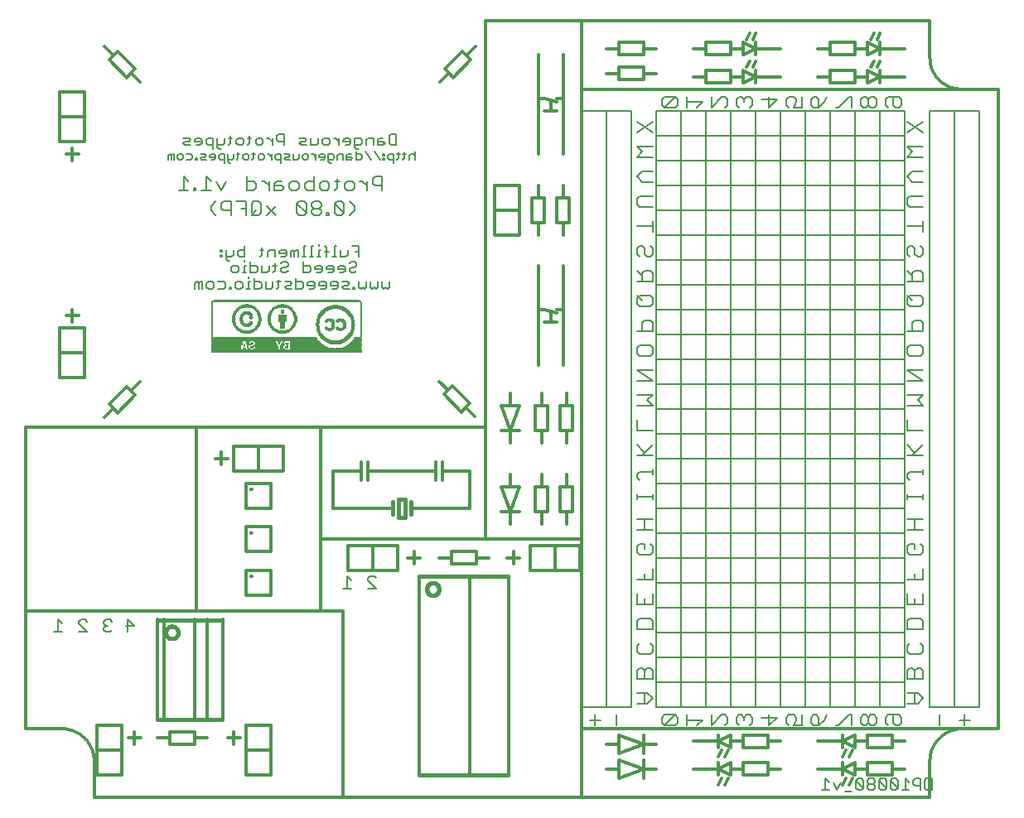
<source format=gbo>
G75*
G70*
%OFA0B0*%
%FSLAX24Y24*%
%IPPOS*%
%LPD*%
%AMOC8*
5,1,8,0,0,1.08239X$1,22.5*
%
%ADD10C,0.0060*%
%ADD11C,0.0120*%
%ADD12C,0.0160*%
%ADD13C,0.0080*%
%ADD14C,0.0050*%
%ADD15C,0.0070*%
%ADD16R,0.6015X0.0015*%
%ADD17R,0.6045X0.0015*%
%ADD18R,0.4395X0.0015*%
%ADD19R,0.1620X0.0015*%
%ADD20R,0.2865X0.0015*%
%ADD21R,0.0210X0.0015*%
%ADD22R,0.0975X0.0015*%
%ADD23R,0.0075X0.0015*%
%ADD24R,0.0165X0.0015*%
%ADD25R,0.1170X0.0015*%
%ADD26R,0.0180X0.0015*%
%ADD27R,0.0945X0.0015*%
%ADD28R,0.0045X0.0015*%
%ADD29R,0.1035X0.0015*%
%ADD30R,0.1785X0.0015*%
%ADD31R,0.0930X0.0015*%
%ADD32R,0.0150X0.0015*%
%ADD33R,0.0885X0.0015*%
%ADD34R,0.1650X0.0015*%
%ADD35R,0.0060X0.0015*%
%ADD36R,0.0030X0.0015*%
%ADD37R,0.0135X0.0015*%
%ADD38R,0.1185X0.0015*%
%ADD39R,0.0810X0.0015*%
%ADD40R,0.1575X0.0015*%
%ADD41R,0.0120X0.0015*%
%ADD42R,0.0915X0.0015*%
%ADD43R,0.0765X0.0015*%
%ADD44R,0.1530X0.0015*%
%ADD45R,0.1200X0.0015*%
%ADD46R,0.0735X0.0015*%
%ADD47R,0.1485X0.0015*%
%ADD48R,0.0690X0.0015*%
%ADD49R,0.1455X0.0015*%
%ADD50R,0.1110X0.0015*%
%ADD51R,0.0660X0.0015*%
%ADD52R,0.1425X0.0015*%
%ADD53R,0.1080X0.0015*%
%ADD54R,0.1215X0.0015*%
%ADD55R,0.0630X0.0015*%
%ADD56R,0.1395X0.0015*%
%ADD57R,0.0090X0.0015*%
%ADD58R,0.1020X0.0015*%
%ADD59R,0.0600X0.0015*%
%ADD60R,0.1365X0.0015*%
%ADD61R,0.0960X0.0015*%
%ADD62R,0.0585X0.0015*%
%ADD63R,0.1335X0.0015*%
%ADD64R,0.1230X0.0015*%
%ADD65R,0.0555X0.0015*%
%ADD66R,0.1320X0.0015*%
%ADD67R,0.0540X0.0015*%
%ADD68R,0.1290X0.0015*%
%ADD69R,0.0885X0.0015*%
%ADD70R,0.0225X0.0015*%
%ADD71R,0.1245X0.0015*%
%ADD72R,0.0510X0.0015*%
%ADD73R,0.0300X0.0015*%
%ADD74R,0.1275X0.0015*%
%ADD75R,0.0105X0.0015*%
%ADD76R,0.0270X0.0015*%
%ADD77R,0.0015X0.0015*%
%ADD78R,0.0495X0.0015*%
%ADD79R,0.0435X0.0015*%
%ADD80R,0.1260X0.0015*%
%ADD81R,0.0855X0.0015*%
%ADD82R,0.0480X0.0015*%
%ADD83R,0.0525X0.0015*%
%ADD84R,0.0465X0.0015*%
%ADD85R,0.0600X0.0015*%
%ADD86R,0.0450X0.0015*%
%ADD87R,0.0675X0.0015*%
%ADD88R,0.0840X0.0015*%
%ADD89R,0.0420X0.0015*%
%ADD90R,0.0735X0.0015*%
%ADD91R,0.0405X0.0015*%
%ADD92R,0.0780X0.0015*%
%ADD93R,0.0825X0.0015*%
%ADD94R,0.1155X0.0015*%
%ADD95R,0.0195X0.0015*%
%ADD96R,0.0390X0.0015*%
%ADD97R,0.2670X0.0015*%
%ADD98R,0.0375X0.0015*%
%ADD99R,0.4320X0.0015*%
%ADD100R,0.0360X0.0015*%
%ADD101R,0.0330X0.0015*%
%ADD102R,0.4305X0.0015*%
%ADD103R,0.0345X0.0015*%
%ADD104R,0.4290X0.0015*%
%ADD105R,0.0330X0.0015*%
%ADD106R,0.4275X0.0015*%
%ADD107R,0.0255X0.0015*%
%ADD108R,0.4260X0.0015*%
%ADD109R,0.0315X0.0015*%
%ADD110R,0.0240X0.0015*%
%ADD111R,0.0300X0.0015*%
%ADD112R,0.4245X0.0015*%
%ADD113R,0.0285X0.0015*%
%ADD114R,0.4230X0.0015*%
%ADD115R,0.0270X0.0015*%
%ADD116R,0.4215X0.0015*%
%ADD117R,0.0060X0.0015*%
%ADD118R,0.0360X0.0015*%
%ADD119R,0.0450X0.0015*%
%ADD120R,0.0510X0.0015*%
%ADD121R,0.0570X0.0015*%
%ADD122R,0.0555X0.0015*%
%ADD123R,0.0615X0.0015*%
%ADD124R,0.0660X0.0015*%
%ADD125R,0.0345X0.0015*%
%ADD126R,0.0390X0.0015*%
%ADD127R,0.0315X0.0015*%
%ADD128R,0.0420X0.0015*%
%ADD129R,0.0465X0.0015*%
%ADD130R,0.0375X0.0015*%
%ADD131R,0.0285X0.0015*%
%ADD132R,0.0405X0.0015*%
%ADD133R,0.0870X0.0015*%
%ADD134R,0.0720X0.0015*%
%ADD135R,0.0645X0.0015*%
%ADD136R,0.0585X0.0015*%
%ADD137R,0.0495X0.0015*%
%ADD138R,0.0540X0.0015*%
%ADD139R,0.0480X0.0015*%
%ADD140R,0.6015X0.0015*%
%ADD141R,0.5985X0.0015*%
%ADD142R,0.5955X0.0015*%
%ADD143R,0.5895X0.0015*%
D10*
X005898Y010197D02*
X006231Y010197D01*
X006064Y010197D02*
X006064Y010697D01*
X006231Y010530D01*
X006898Y010530D02*
X007231Y010197D01*
X006898Y010197D01*
X006898Y010530D02*
X006898Y010614D01*
X006981Y010697D01*
X007148Y010697D01*
X007231Y010614D01*
X007898Y010614D02*
X007898Y010530D01*
X007981Y010447D01*
X007898Y010363D01*
X007898Y010280D01*
X007981Y010197D01*
X008148Y010197D01*
X008231Y010280D01*
X008064Y010447D02*
X007981Y010447D01*
X007898Y010614D02*
X007981Y010697D01*
X008148Y010697D01*
X008231Y010614D01*
X008773Y010447D02*
X009106Y010447D01*
X008856Y010697D01*
X008856Y010197D01*
X013795Y012435D02*
X013797Y012447D01*
X013802Y012458D01*
X013811Y012467D01*
X013822Y012472D01*
X013834Y012474D01*
X013846Y012472D01*
X013857Y012467D01*
X013866Y012458D01*
X013871Y012447D01*
X013873Y012435D01*
X013871Y012423D01*
X013866Y012412D01*
X013857Y012403D01*
X013846Y012398D01*
X013834Y012396D01*
X013822Y012398D01*
X013811Y012403D01*
X013802Y012412D01*
X013797Y012423D01*
X013795Y012435D01*
X013795Y014185D02*
X013797Y014197D01*
X013802Y014208D01*
X013811Y014217D01*
X013822Y014222D01*
X013834Y014224D01*
X013846Y014222D01*
X013857Y014217D01*
X013866Y014208D01*
X013871Y014197D01*
X013873Y014185D01*
X013871Y014173D01*
X013866Y014162D01*
X013857Y014153D01*
X013846Y014148D01*
X013834Y014146D01*
X013822Y014148D01*
X013811Y014153D01*
X013802Y014162D01*
X013797Y014173D01*
X013795Y014185D01*
X013795Y015935D02*
X013797Y015947D01*
X013802Y015958D01*
X013811Y015967D01*
X013822Y015972D01*
X013834Y015974D01*
X013846Y015972D01*
X013857Y015967D01*
X013866Y015958D01*
X013871Y015947D01*
X013873Y015935D01*
X013871Y015923D01*
X013866Y015912D01*
X013857Y015903D01*
X013846Y015898D01*
X013834Y015896D01*
X013822Y015898D01*
X013811Y015903D01*
X013802Y015912D01*
X013797Y015923D01*
X013795Y015935D01*
X017689Y012447D02*
X017689Y011947D01*
X017523Y011947D02*
X017856Y011947D01*
X017856Y012280D02*
X017689Y012447D01*
X018523Y012364D02*
X018606Y012447D01*
X018773Y012447D01*
X018856Y012364D01*
X018523Y012364D02*
X018523Y012280D01*
X018856Y011947D01*
X018523Y011947D01*
X018388Y023996D02*
X018314Y024069D01*
X018241Y023996D01*
X018167Y024069D01*
X018167Y024289D01*
X018001Y024069D02*
X017927Y024069D01*
X017927Y023996D01*
X018001Y023996D01*
X018001Y024069D01*
X017771Y023996D02*
X017550Y023996D01*
X017477Y024069D01*
X017550Y024142D01*
X017697Y024142D01*
X017771Y024216D01*
X017697Y024289D01*
X017477Y024289D01*
X017310Y024216D02*
X017237Y024289D01*
X017090Y024289D01*
X017017Y024216D01*
X017017Y024142D01*
X017310Y024142D01*
X017310Y024069D02*
X017310Y024216D01*
X017310Y024069D02*
X017237Y023996D01*
X017090Y023996D01*
X016850Y024069D02*
X016776Y023996D01*
X016630Y023996D01*
X016556Y024142D02*
X016850Y024142D01*
X016850Y024069D02*
X016850Y024216D01*
X016776Y024289D01*
X016630Y024289D01*
X016556Y024216D01*
X016556Y024142D01*
X016389Y024142D02*
X016096Y024142D01*
X016096Y024216D01*
X016169Y024289D01*
X016316Y024289D01*
X016389Y024216D01*
X016389Y024069D01*
X016316Y023996D01*
X016169Y023996D01*
X015929Y024069D02*
X015856Y023996D01*
X015636Y023996D01*
X015636Y024436D01*
X015636Y024289D02*
X015856Y024289D01*
X015929Y024216D01*
X015929Y024069D01*
X015469Y023996D02*
X015249Y023996D01*
X015175Y024069D01*
X015249Y024142D01*
X015395Y024142D01*
X015469Y024216D01*
X015395Y024289D01*
X015175Y024289D01*
X015008Y024289D02*
X014862Y024289D01*
X014935Y024363D02*
X014935Y024069D01*
X014862Y023996D01*
X014701Y024069D02*
X014628Y023996D01*
X014408Y023996D01*
X014408Y024289D01*
X014241Y024216D02*
X014168Y024289D01*
X013948Y024289D01*
X013948Y024436D02*
X013948Y023996D01*
X014168Y023996D01*
X014241Y024069D01*
X014241Y024216D01*
X014245Y024653D02*
X014245Y024946D01*
X014078Y024873D02*
X014005Y024946D01*
X013784Y024946D01*
X013784Y025093D02*
X013784Y024653D01*
X014005Y024653D01*
X014078Y024726D01*
X014078Y024873D01*
X014245Y024653D02*
X014465Y024653D01*
X014538Y024726D01*
X014538Y024946D01*
X014699Y024946D02*
X014845Y024946D01*
X014772Y025020D02*
X014772Y024726D01*
X014699Y024653D01*
X015012Y024726D02*
X015085Y024653D01*
X015232Y024653D01*
X015306Y024726D01*
X015232Y024873D02*
X015085Y024873D01*
X015012Y024800D01*
X015012Y024726D01*
X015232Y024873D02*
X015306Y024946D01*
X015306Y025020D01*
X015232Y025093D01*
X015085Y025093D01*
X015012Y025020D01*
X015032Y025282D02*
X015179Y025282D01*
X015252Y025355D01*
X015252Y025502D01*
X015179Y025575D01*
X015032Y025575D01*
X014958Y025502D01*
X014958Y025429D01*
X015252Y025429D01*
X015419Y025502D02*
X015419Y025282D01*
X015566Y025282D02*
X015566Y025502D01*
X015492Y025575D01*
X015419Y025502D01*
X015566Y025502D02*
X015639Y025575D01*
X015712Y025575D01*
X015712Y025282D01*
X015873Y025282D02*
X016019Y025282D01*
X015946Y025282D02*
X015946Y025722D01*
X016019Y025722D01*
X016253Y025722D02*
X016253Y025282D01*
X016326Y025282D02*
X016179Y025282D01*
X016486Y025282D02*
X016633Y025282D01*
X016560Y025282D02*
X016560Y025575D01*
X016633Y025575D01*
X016560Y025722D02*
X016560Y025796D01*
X016793Y025722D02*
X016867Y025649D01*
X016867Y025282D01*
X016940Y025502D02*
X016793Y025502D01*
X017100Y025282D02*
X017247Y025282D01*
X017173Y025282D02*
X017173Y025722D01*
X017247Y025722D01*
X017414Y025575D02*
X017414Y025282D01*
X017634Y025282D01*
X017707Y025355D01*
X017707Y025575D01*
X017874Y025722D02*
X018168Y025722D01*
X018168Y025282D01*
X018168Y025502D02*
X018021Y025502D01*
X017994Y025093D02*
X017848Y025093D01*
X017774Y025020D01*
X017848Y024873D02*
X017774Y024800D01*
X017774Y024726D01*
X017848Y024653D01*
X017994Y024653D01*
X018068Y024726D01*
X017994Y024873D02*
X017848Y024873D01*
X017994Y024873D02*
X018068Y024946D01*
X018068Y025020D01*
X017994Y025093D01*
X017607Y024873D02*
X017607Y024726D01*
X017534Y024653D01*
X017387Y024653D01*
X017314Y024800D02*
X017607Y024800D01*
X017607Y024873D02*
X017534Y024946D01*
X017387Y024946D01*
X017314Y024873D01*
X017314Y024800D01*
X017147Y024800D02*
X016853Y024800D01*
X016853Y024873D01*
X016927Y024946D01*
X017074Y024946D01*
X017147Y024873D01*
X017147Y024726D01*
X017074Y024653D01*
X016927Y024653D01*
X016687Y024726D02*
X016687Y024873D01*
X016613Y024946D01*
X016467Y024946D01*
X016393Y024873D01*
X016393Y024800D01*
X016687Y024800D01*
X016687Y024726D02*
X016613Y024653D01*
X016467Y024653D01*
X016226Y024726D02*
X016226Y024873D01*
X016153Y024946D01*
X015933Y024946D01*
X015933Y025093D02*
X015933Y024653D01*
X016153Y024653D01*
X016226Y024726D01*
X016253Y025722D02*
X016326Y025722D01*
X014792Y025575D02*
X014792Y025282D01*
X014792Y025575D02*
X014572Y025575D01*
X014498Y025502D01*
X014498Y025282D01*
X014258Y025355D02*
X014185Y025282D01*
X014258Y025355D02*
X014258Y025649D01*
X014331Y025575D02*
X014185Y025575D01*
X013564Y025575D02*
X013344Y025575D01*
X013271Y025502D01*
X013271Y025355D01*
X013344Y025282D01*
X013564Y025282D01*
X013564Y025722D01*
X013104Y025575D02*
X013104Y025355D01*
X013030Y025282D01*
X012810Y025282D01*
X012810Y025208D02*
X012884Y025135D01*
X012957Y025135D01*
X012810Y025208D02*
X012810Y025575D01*
X012643Y025575D02*
X012643Y025502D01*
X012570Y025502D01*
X012570Y025575D01*
X012643Y025575D01*
X012643Y025355D02*
X012643Y025282D01*
X012570Y025282D01*
X012570Y025355D01*
X012643Y025355D01*
X013091Y024946D02*
X013237Y024946D01*
X013311Y024873D01*
X013311Y024726D01*
X013237Y024653D01*
X013091Y024653D01*
X013017Y024726D01*
X013017Y024873D01*
X013091Y024946D01*
X013544Y024946D02*
X013544Y024653D01*
X013471Y024653D02*
X013618Y024653D01*
X013707Y024509D02*
X013707Y024436D01*
X013707Y024289D02*
X013707Y023996D01*
X013634Y023996D02*
X013781Y023996D01*
X013781Y024289D02*
X013707Y024289D01*
X013474Y024216D02*
X013474Y024069D01*
X013401Y023996D01*
X013254Y023996D01*
X013180Y024069D01*
X013180Y024216D01*
X013254Y024289D01*
X013401Y024289D01*
X013474Y024216D01*
X013014Y024069D02*
X013014Y023996D01*
X012940Y023996D01*
X012940Y024069D01*
X013014Y024069D01*
X012783Y024069D02*
X012710Y023996D01*
X012490Y023996D01*
X012323Y024069D02*
X012250Y023996D01*
X012103Y023996D01*
X012029Y024069D01*
X012029Y024216D01*
X012103Y024289D01*
X012250Y024289D01*
X012323Y024216D01*
X012323Y024069D01*
X012490Y024289D02*
X012710Y024289D01*
X012783Y024216D01*
X012783Y024069D01*
X011863Y023996D02*
X011863Y024289D01*
X011789Y024289D01*
X011716Y024216D01*
X011643Y024289D01*
X011569Y024216D01*
X011569Y023996D01*
X011716Y023996D02*
X011716Y024216D01*
X013544Y024946D02*
X013618Y024946D01*
X013544Y025093D02*
X013544Y025166D01*
X014701Y024289D02*
X014701Y024069D01*
X018388Y023996D02*
X018461Y024069D01*
X018461Y024289D01*
X018628Y024289D02*
X018628Y024069D01*
X018701Y023996D01*
X018775Y024069D01*
X018848Y023996D01*
X018921Y024069D01*
X018921Y024289D01*
X019088Y024289D02*
X019088Y024069D01*
X019162Y023996D01*
X019235Y024069D01*
X019308Y023996D01*
X019382Y024069D01*
X019382Y024289D01*
X018140Y029635D02*
X018066Y029635D01*
X017993Y029708D01*
X017993Y030075D01*
X018213Y030075D01*
X018286Y030002D01*
X018286Y029855D01*
X018213Y029782D01*
X017993Y029782D01*
X017826Y029855D02*
X017826Y030002D01*
X017753Y030075D01*
X017606Y030075D01*
X017533Y030002D01*
X017533Y029929D01*
X017826Y029929D01*
X017826Y029855D02*
X017753Y029782D01*
X017606Y029782D01*
X017366Y029782D02*
X017366Y030075D01*
X017366Y029929D02*
X017219Y030075D01*
X017146Y030075D01*
X016982Y030002D02*
X016909Y030075D01*
X016762Y030075D01*
X016689Y030002D01*
X016689Y029855D01*
X016762Y029782D01*
X016909Y029782D01*
X016982Y029855D01*
X016982Y030002D01*
X016522Y030075D02*
X016522Y029855D01*
X016448Y029782D01*
X016228Y029782D01*
X016228Y030075D01*
X016061Y030002D02*
X015988Y030075D01*
X015768Y030075D01*
X015841Y029929D02*
X015988Y029929D01*
X016061Y030002D01*
X016061Y029782D02*
X015841Y029782D01*
X015768Y029855D01*
X015841Y029929D01*
X015141Y029929D02*
X014921Y029929D01*
X014847Y030002D01*
X014847Y030149D01*
X014921Y030222D01*
X015141Y030222D01*
X015141Y029782D01*
X014680Y029782D02*
X014680Y030075D01*
X014534Y030075D02*
X014460Y030075D01*
X014534Y030075D02*
X014680Y029929D01*
X014297Y030002D02*
X014223Y030075D01*
X014077Y030075D01*
X014003Y030002D01*
X014003Y029855D01*
X014077Y029782D01*
X014223Y029782D01*
X014297Y029855D01*
X014297Y030002D01*
X013836Y030075D02*
X013690Y030075D01*
X013763Y030149D02*
X013763Y029855D01*
X013690Y029782D01*
X013530Y029855D02*
X013456Y029782D01*
X013309Y029782D01*
X013236Y029855D01*
X013236Y030002D01*
X013309Y030075D01*
X013456Y030075D01*
X013530Y030002D01*
X013530Y029855D01*
X013069Y030075D02*
X012922Y030075D01*
X012996Y030149D02*
X012996Y029855D01*
X012922Y029782D01*
X012762Y029855D02*
X012762Y030075D01*
X012762Y029855D02*
X012689Y029782D01*
X012469Y029782D01*
X012469Y029708D02*
X012542Y029635D01*
X012616Y029635D01*
X012469Y029708D02*
X012469Y030075D01*
X012302Y030075D02*
X012082Y030075D01*
X012008Y030002D01*
X012008Y029855D01*
X012082Y029782D01*
X012302Y029782D01*
X012302Y029635D02*
X012302Y030075D01*
X011842Y030002D02*
X011768Y030075D01*
X011621Y030075D01*
X011548Y030002D01*
X011548Y029929D01*
X011842Y029929D01*
X011842Y030002D02*
X011842Y029855D01*
X011768Y029782D01*
X011621Y029782D01*
X011381Y029782D02*
X011161Y029782D01*
X011088Y029855D01*
X011161Y029929D01*
X011308Y029929D01*
X011381Y030002D01*
X011308Y030075D01*
X011088Y030075D01*
X018453Y030002D02*
X018453Y029782D01*
X018453Y030002D02*
X018527Y030075D01*
X018747Y030075D01*
X018747Y029782D01*
X018914Y029782D02*
X019134Y029782D01*
X019207Y029855D01*
X019134Y029929D01*
X018914Y029929D01*
X018914Y030002D02*
X018914Y029782D01*
X018914Y030002D02*
X018987Y030075D01*
X019134Y030075D01*
X019374Y030149D02*
X019447Y030222D01*
X019668Y030222D01*
X019668Y029782D01*
X019447Y029782D01*
X019374Y029855D01*
X019374Y030149D01*
X036930Y004281D02*
X036930Y003840D01*
X036784Y003840D02*
X037077Y003840D01*
X037077Y004134D02*
X036930Y004281D01*
X037244Y004134D02*
X037391Y003840D01*
X037538Y004134D01*
X037704Y003767D02*
X037998Y003767D01*
X038165Y003914D02*
X038238Y003840D01*
X038385Y003840D01*
X038458Y003914D01*
X038165Y004207D01*
X038165Y003914D01*
X038458Y003914D02*
X038458Y004207D01*
X038385Y004281D01*
X038238Y004281D01*
X038165Y004207D01*
X038625Y004207D02*
X038625Y004134D01*
X038698Y004061D01*
X038845Y004061D01*
X038919Y004134D01*
X038919Y004207D01*
X038845Y004281D01*
X038698Y004281D01*
X038625Y004207D01*
X038698Y004061D02*
X038625Y003987D01*
X038625Y003914D01*
X038698Y003840D01*
X038845Y003840D01*
X038919Y003914D01*
X038919Y003987D01*
X038845Y004061D01*
X039085Y004207D02*
X039379Y003914D01*
X039306Y003840D01*
X039159Y003840D01*
X039085Y003914D01*
X039085Y004207D01*
X039159Y004281D01*
X039306Y004281D01*
X039379Y004207D01*
X039379Y003914D01*
X039546Y003914D02*
X039619Y003840D01*
X039766Y003840D01*
X039839Y003914D01*
X039546Y004207D01*
X039546Y003914D01*
X039546Y004207D02*
X039619Y004281D01*
X039766Y004281D01*
X039839Y004207D01*
X039839Y003914D01*
X040006Y003840D02*
X040300Y003840D01*
X040153Y003840D02*
X040153Y004281D01*
X040300Y004134D01*
X040466Y004207D02*
X040466Y004061D01*
X040540Y003987D01*
X040760Y003987D01*
X040760Y003840D02*
X040760Y004281D01*
X040540Y004281D01*
X040466Y004207D01*
X040927Y004207D02*
X040927Y003914D01*
X041000Y003840D01*
X041220Y003840D01*
X041220Y004281D01*
X041000Y004281D01*
X040927Y004207D01*
D11*
X007512Y005042D02*
X007506Y005112D01*
X007497Y005183D01*
X007484Y005253D01*
X007467Y005322D01*
X007447Y005390D01*
X007423Y005457D01*
X007395Y005523D01*
X007364Y005587D01*
X007329Y005649D01*
X007291Y005709D01*
X007250Y005767D01*
X007206Y005823D01*
X007159Y005876D01*
X007109Y005927D01*
X007056Y005975D01*
X007001Y006020D01*
X006944Y006062D01*
X006884Y006100D01*
X006822Y006136D01*
X006759Y006168D01*
X006693Y006196D01*
X006627Y006221D01*
X006559Y006243D01*
X006490Y006260D01*
X006420Y006274D01*
X006350Y006284D01*
X006279Y006291D01*
X006208Y006293D01*
X006137Y006292D01*
X006136Y006292D02*
X004761Y006292D01*
X004761Y018417D01*
X011636Y018417D01*
X011636Y011042D01*
X016636Y011042D01*
X017511Y011042D01*
X017511Y003542D01*
X027136Y003542D01*
X041136Y003542D01*
X041136Y005042D01*
X040136Y004667D02*
X039636Y004667D01*
X039636Y004417D01*
X038636Y004417D01*
X038636Y004667D01*
X038136Y004667D01*
X038136Y004417D01*
X037636Y004667D01*
X038136Y004917D01*
X038136Y004667D01*
X038011Y004292D02*
X037886Y004042D01*
X037636Y004042D02*
X037761Y004292D01*
X037636Y004417D02*
X037636Y004667D01*
X037636Y004917D01*
X037636Y005167D02*
X037761Y005417D01*
X037636Y005542D02*
X037636Y005792D01*
X038136Y005542D01*
X038136Y005792D01*
X038636Y005792D01*
X038636Y006042D01*
X039636Y006042D01*
X039636Y005792D01*
X040136Y005792D01*
X039636Y005792D02*
X039636Y005542D01*
X038636Y005542D01*
X038636Y005792D01*
X038136Y005792D02*
X038136Y006042D01*
X037636Y005792D01*
X037636Y006042D01*
X037636Y005792D02*
X036636Y005792D01*
X037886Y005167D02*
X038011Y005417D01*
X038636Y004917D02*
X038636Y004667D01*
X038636Y004917D02*
X039636Y004917D01*
X039636Y004667D01*
X037636Y004667D02*
X036636Y004667D01*
X035136Y004667D02*
X034636Y004667D01*
X034636Y004417D01*
X033636Y004417D01*
X033636Y004667D01*
X033136Y004667D01*
X033136Y004417D01*
X032636Y004667D01*
X033136Y004917D01*
X033136Y004667D01*
X033011Y004292D02*
X032886Y004042D01*
X032636Y004042D02*
X032761Y004292D01*
X032636Y004417D02*
X032636Y004667D01*
X032636Y004917D01*
X032636Y005167D02*
X032761Y005417D01*
X032636Y005542D02*
X032636Y005792D01*
X033136Y005542D01*
X033136Y005792D01*
X033636Y005792D01*
X033636Y006042D01*
X034636Y006042D01*
X034636Y005792D01*
X035136Y005792D01*
X034636Y005792D02*
X034636Y005542D01*
X033636Y005542D01*
X033636Y005792D01*
X033136Y005792D02*
X033136Y006042D01*
X032636Y005792D01*
X032636Y006042D01*
X032636Y005792D02*
X031636Y005792D01*
X032886Y005167D02*
X033011Y005417D01*
X033636Y004917D02*
X033636Y004667D01*
X033636Y004917D02*
X034636Y004917D01*
X034636Y004667D01*
X032636Y004667D02*
X031636Y004667D01*
X030136Y004667D02*
X029636Y004667D01*
X028636Y004292D01*
X028636Y004667D01*
X028136Y004667D01*
X028636Y004667D02*
X028636Y005042D01*
X029636Y004667D01*
X029636Y005042D01*
X029636Y005292D02*
X029636Y005667D01*
X028636Y005292D01*
X028636Y005667D01*
X028136Y005667D01*
X028636Y005667D02*
X028636Y006042D01*
X029636Y005667D01*
X029636Y006042D01*
X029636Y005667D02*
X030136Y005667D01*
X029636Y004667D02*
X029636Y004292D01*
X027136Y003542D02*
X027136Y006292D01*
X027136Y013917D01*
X027136Y032042D01*
X027136Y034792D01*
X041136Y034792D01*
X041136Y033292D01*
X040136Y033667D02*
X039136Y033667D01*
X038636Y033917D01*
X038636Y033667D01*
X038136Y033667D01*
X038136Y033417D01*
X037136Y033417D01*
X037136Y033667D01*
X036636Y033667D01*
X037136Y033667D02*
X037136Y033917D01*
X038136Y033917D01*
X038136Y033667D01*
X038636Y033667D02*
X038636Y033417D01*
X039136Y033667D01*
X039136Y033417D01*
X039136Y033667D02*
X039136Y033917D01*
X039011Y034042D02*
X039136Y034292D01*
X038886Y034292D02*
X038761Y034042D01*
X038886Y033167D02*
X038761Y032917D01*
X038636Y032792D02*
X039136Y032542D01*
X038636Y032292D01*
X038636Y032542D01*
X038136Y032542D01*
X038136Y032292D01*
X037136Y032292D01*
X037136Y032542D01*
X036636Y032542D01*
X037136Y032542D02*
X037136Y032792D01*
X038136Y032792D01*
X038136Y032542D01*
X038636Y032542D02*
X038636Y032792D01*
X039011Y032917D02*
X039136Y033167D01*
X039136Y032792D02*
X039136Y032542D01*
X039136Y032292D01*
X039136Y032542D02*
X040136Y032542D01*
X042386Y032042D02*
X043886Y032042D01*
X043886Y006292D01*
X042511Y006292D01*
X027136Y006292D01*
X024197Y006393D02*
X024197Y007440D01*
X024197Y007393D02*
X024197Y008440D01*
X024197Y008393D02*
X024197Y009440D01*
X024197Y009393D02*
X024197Y010440D01*
X024197Y010393D02*
X024197Y011440D01*
X024197Y011393D02*
X024197Y012440D01*
X024386Y012917D02*
X024386Y013417D01*
X024136Y013167D02*
X024636Y013167D01*
X025067Y013667D02*
X026067Y013667D01*
X026067Y012667D01*
X025067Y012667D01*
X025067Y013667D01*
X025511Y014542D02*
X025511Y015042D01*
X025261Y015042D01*
X025261Y016042D01*
X025511Y016042D01*
X025511Y016542D01*
X025511Y016042D02*
X025761Y016042D01*
X025761Y015042D01*
X025511Y015042D01*
X024636Y015042D02*
X024261Y015042D01*
X023886Y016042D01*
X024261Y016042D01*
X024261Y016542D01*
X024261Y016042D02*
X024636Y016042D01*
X024261Y015042D01*
X023886Y015042D01*
X024261Y015042D02*
X024261Y014542D01*
X023261Y013917D02*
X027136Y013917D01*
X027067Y013667D02*
X026067Y013667D01*
X026511Y014542D02*
X026511Y015042D01*
X026261Y015042D01*
X026261Y016042D01*
X026511Y016042D01*
X026511Y016542D01*
X026511Y016042D02*
X026761Y016042D01*
X026761Y015042D01*
X026511Y015042D01*
X027067Y013667D02*
X027067Y012667D01*
X026067Y012667D01*
X023386Y013167D02*
X022886Y013167D01*
X022886Y012917D01*
X021886Y012917D01*
X021886Y013167D01*
X021386Y013167D01*
X021886Y013167D02*
X021886Y013417D01*
X022886Y013417D01*
X022886Y013167D01*
X022636Y012417D02*
X022636Y011417D01*
X022636Y010417D01*
X022636Y009417D01*
X022636Y008417D01*
X022636Y007417D01*
X022636Y006417D01*
X022636Y005417D01*
X022636Y004417D01*
X024197Y004393D02*
X024197Y005440D01*
X024197Y005393D02*
X024197Y006440D01*
X020575Y006440D02*
X020575Y005393D01*
X020575Y005440D02*
X020575Y004393D01*
X017511Y003542D02*
X007511Y003542D01*
X007511Y005042D01*
X007636Y005417D02*
X007636Y006417D01*
X008636Y006417D01*
X008636Y005417D01*
X007636Y005417D01*
X007636Y004417D01*
X008636Y004417D01*
X008636Y005417D01*
X008886Y005917D02*
X009386Y005917D01*
X009136Y005667D02*
X009136Y006167D01*
X010063Y005917D02*
X010563Y005917D01*
X010563Y006167D01*
X011563Y006167D01*
X011563Y005917D01*
X012063Y005917D01*
X011563Y005917D02*
X011563Y005667D01*
X010563Y005667D01*
X010563Y005917D01*
X010313Y006622D02*
X010313Y007622D01*
X010313Y007646D02*
X010313Y008646D01*
X010313Y008670D02*
X010313Y009670D01*
X010313Y009693D02*
X010313Y010693D01*
X010063Y010693D02*
X010063Y009693D01*
X010063Y009670D02*
X010063Y008670D01*
X010063Y008646D02*
X010063Y007646D01*
X010063Y007622D02*
X010063Y006622D01*
X011563Y006622D02*
X011563Y007622D01*
X011563Y007646D02*
X011563Y008646D01*
X011563Y008670D02*
X011563Y009670D01*
X011563Y009693D02*
X011563Y010693D01*
X011636Y011042D02*
X004761Y011042D01*
X012063Y010693D02*
X012063Y009693D01*
X012063Y009670D02*
X012063Y008670D01*
X012063Y008646D02*
X012063Y007646D01*
X012063Y007622D02*
X012063Y006622D01*
X012688Y006622D02*
X012688Y007622D01*
X012688Y007646D02*
X012688Y008646D01*
X012688Y008670D02*
X012688Y009670D01*
X012688Y009693D02*
X012688Y010693D01*
X013636Y011667D02*
X013636Y012667D01*
X014636Y012667D01*
X014636Y011667D01*
X013636Y011667D01*
X013636Y013417D02*
X013636Y014417D01*
X014636Y014417D01*
X014636Y013417D01*
X013636Y013417D01*
X013636Y015167D02*
X013636Y016167D01*
X014636Y016167D01*
X014636Y015167D01*
X013636Y015167D01*
X013136Y016667D02*
X013136Y017667D01*
X014136Y017667D01*
X014136Y016667D01*
X013136Y016667D01*
X012886Y017167D02*
X012386Y017167D01*
X012636Y016917D02*
X012636Y017417D01*
X011636Y018417D02*
X016636Y018417D01*
X023261Y018417D01*
X023261Y034792D01*
X027136Y034792D01*
X028136Y033667D02*
X028636Y033667D01*
X028636Y033917D01*
X029636Y033917D01*
X029636Y033667D01*
X030136Y033667D01*
X029636Y033667D02*
X029636Y033417D01*
X028636Y033417D01*
X028636Y033667D01*
X028636Y032917D02*
X029636Y032917D01*
X029636Y032667D01*
X030136Y032667D01*
X029636Y032667D02*
X029636Y032417D01*
X028636Y032417D01*
X028636Y032667D01*
X028136Y032667D01*
X028636Y032667D02*
X028636Y032917D01*
X027136Y032042D02*
X042386Y032042D01*
X042318Y032044D01*
X042251Y032049D01*
X042184Y032058D01*
X042117Y032071D01*
X042052Y032088D01*
X041987Y032107D01*
X041923Y032131D01*
X041861Y032158D01*
X041800Y032188D01*
X041742Y032221D01*
X041685Y032257D01*
X041630Y032297D01*
X041577Y032339D01*
X041526Y032385D01*
X041479Y032432D01*
X041433Y032483D01*
X041391Y032536D01*
X041351Y032591D01*
X041315Y032648D01*
X041282Y032706D01*
X041252Y032767D01*
X041225Y032829D01*
X041201Y032893D01*
X041182Y032958D01*
X041165Y033023D01*
X041152Y033090D01*
X041143Y033157D01*
X041138Y033224D01*
X041136Y033292D01*
X035136Y033667D02*
X034136Y033667D01*
X033636Y033917D01*
X033636Y033667D01*
X033136Y033667D01*
X033136Y033417D01*
X032136Y033417D01*
X032136Y033667D01*
X031636Y033667D01*
X032136Y033667D02*
X032136Y033917D01*
X033136Y033917D01*
X033136Y033667D01*
X033636Y033667D02*
X033636Y033417D01*
X034136Y033667D01*
X034136Y033417D01*
X034136Y033667D02*
X034136Y033917D01*
X034011Y034042D02*
X034136Y034292D01*
X033886Y034292D02*
X033761Y034042D01*
X033886Y033167D02*
X033761Y032917D01*
X033636Y032792D02*
X034136Y032542D01*
X033636Y032292D01*
X033636Y032542D01*
X033136Y032542D01*
X033136Y032292D01*
X032136Y032292D01*
X032136Y032542D01*
X031636Y032542D01*
X032136Y032542D02*
X032136Y032792D01*
X033136Y032792D01*
X033136Y032542D01*
X033636Y032542D02*
X033636Y032792D01*
X034011Y032917D02*
X034136Y033167D01*
X034136Y032792D02*
X034136Y032542D01*
X034136Y032292D01*
X034136Y032542D02*
X035136Y032542D01*
X026386Y033417D02*
X026386Y029417D01*
X025386Y029417D02*
X025386Y033417D01*
X025386Y031667D02*
X025636Y031667D01*
X026136Y031542D01*
X026136Y031667D02*
X026386Y031667D01*
X025886Y031542D02*
X025886Y031167D01*
X025636Y031167D01*
X025886Y031167D02*
X026136Y031167D01*
X022667Y033218D02*
X022490Y033395D01*
X022843Y033749D01*
X022490Y033395D02*
X022313Y033572D01*
X021606Y032865D01*
X021783Y032688D01*
X021429Y032335D01*
X021783Y032688D02*
X021959Y032511D01*
X022667Y033218D01*
X023636Y028167D02*
X023636Y027167D01*
X024636Y027167D01*
X024636Y026167D01*
X023636Y026167D01*
X023636Y027167D01*
X024636Y027167D02*
X024636Y028167D01*
X023636Y028167D01*
X025136Y027667D02*
X025386Y027667D01*
X025386Y028167D01*
X025386Y027667D02*
X025636Y027667D01*
X025636Y026667D01*
X025386Y026667D01*
X025386Y026167D01*
X025386Y026667D02*
X025136Y026667D01*
X025136Y027667D01*
X026136Y027667D02*
X026136Y026667D01*
X026386Y026667D01*
X026386Y026167D01*
X026386Y026667D02*
X026636Y026667D01*
X026636Y027667D01*
X026386Y027667D01*
X026386Y028167D01*
X026386Y027667D02*
X026136Y027667D01*
X026386Y024917D02*
X026386Y020917D01*
X025386Y020917D02*
X025386Y024917D01*
X025386Y023167D02*
X025636Y023167D01*
X026136Y023042D01*
X026136Y023167D02*
X026386Y023167D01*
X025886Y023042D02*
X025886Y022667D01*
X025636Y022667D01*
X025886Y022667D02*
X026136Y022667D01*
X022636Y019395D02*
X021929Y020102D01*
X021752Y019926D01*
X021399Y020279D01*
X021752Y019926D02*
X021576Y019749D01*
X022283Y019042D01*
X022459Y019218D01*
X022813Y018865D01*
X022459Y019218D02*
X022636Y019395D01*
X023261Y018417D02*
X023261Y013917D01*
X016636Y013917D01*
X016636Y018417D01*
X015136Y017667D02*
X014136Y017667D01*
X015136Y017667D02*
X015136Y016667D01*
X014136Y016667D01*
X017136Y016667D02*
X017136Y015167D01*
X019511Y015167D01*
X020261Y015167D02*
X022636Y015167D01*
X022636Y016667D01*
X021511Y016667D01*
X021511Y016292D01*
X021261Y016292D02*
X021261Y016667D01*
X018511Y016667D01*
X018511Y016292D01*
X018261Y016292D02*
X018261Y016667D01*
X017136Y016667D01*
X018261Y016667D02*
X018261Y017042D01*
X018511Y017042D02*
X018511Y016667D01*
X021261Y016667D02*
X021261Y017042D01*
X021511Y017042D02*
X021511Y016667D01*
X023886Y018292D02*
X024261Y018292D01*
X023886Y019292D01*
X024261Y019292D01*
X024261Y019792D01*
X024261Y019292D02*
X024636Y019292D01*
X024261Y018292D01*
X024636Y018292D01*
X024261Y018292D02*
X024261Y017792D01*
X025261Y018292D02*
X025261Y019292D01*
X025511Y019292D01*
X025511Y019792D01*
X025511Y019292D02*
X025761Y019292D01*
X025761Y018292D01*
X025511Y018292D01*
X025511Y017792D01*
X025511Y018292D02*
X025261Y018292D01*
X026261Y018292D02*
X026261Y019292D01*
X026511Y019292D01*
X026511Y019792D01*
X026511Y019292D02*
X026761Y019292D01*
X026761Y018292D01*
X026511Y018292D01*
X026511Y017792D01*
X026511Y018292D02*
X026261Y018292D01*
X019705Y013667D02*
X018705Y013667D01*
X018705Y012667D01*
X017705Y012667D01*
X017705Y013667D01*
X018705Y013667D01*
X019705Y013667D02*
X019705Y012667D01*
X018705Y012667D01*
X020136Y013167D02*
X020636Y013167D01*
X020386Y012917D02*
X020386Y013417D01*
X020575Y012440D02*
X020575Y011393D01*
X020575Y011440D02*
X020575Y010393D01*
X020575Y010440D02*
X020575Y009393D01*
X020575Y009440D02*
X020575Y008393D01*
X020575Y008440D02*
X020575Y007393D01*
X020575Y007440D02*
X020575Y006393D01*
X014636Y006417D02*
X014636Y005417D01*
X013636Y005417D01*
X013636Y006417D01*
X014636Y006417D01*
X014636Y005417D02*
X014636Y004417D01*
X013636Y004417D01*
X013636Y005417D01*
X013386Y005917D02*
X012886Y005917D01*
X013136Y005667D02*
X013136Y006167D01*
X016636Y011042D02*
X016636Y013917D01*
X009167Y019718D02*
X008459Y019011D01*
X008283Y019188D01*
X007929Y018835D01*
X008283Y019188D02*
X008106Y019365D01*
X008813Y020072D01*
X008990Y019895D01*
X009343Y020249D01*
X008990Y019895D02*
X009167Y019718D01*
X007136Y020417D02*
X007136Y021417D01*
X006136Y021417D01*
X006136Y022417D01*
X007136Y022417D01*
X007136Y021417D01*
X006136Y021417D02*
X006136Y020417D01*
X007136Y020417D01*
X006636Y022667D02*
X006636Y023167D01*
X006886Y022917D02*
X006386Y022917D01*
X006636Y029167D02*
X006636Y029667D01*
X006886Y029417D02*
X006386Y029417D01*
X006136Y029917D02*
X006136Y030917D01*
X006136Y031917D01*
X007136Y031917D01*
X007136Y030917D01*
X006136Y030917D01*
X007136Y030917D02*
X007136Y029917D01*
X006136Y029917D01*
X008813Y032511D02*
X008106Y033218D01*
X008283Y033395D01*
X007929Y033749D01*
X008283Y033395D02*
X008459Y033572D01*
X009167Y032865D01*
X008990Y032688D01*
X009343Y032335D01*
X008990Y032688D02*
X008813Y032511D01*
X041136Y005041D02*
X041142Y005112D01*
X041151Y005183D01*
X041164Y005253D01*
X041181Y005322D01*
X041201Y005390D01*
X041225Y005457D01*
X041253Y005523D01*
X041284Y005587D01*
X041319Y005649D01*
X041357Y005709D01*
X041398Y005767D01*
X041442Y005823D01*
X041489Y005876D01*
X041539Y005927D01*
X041592Y005975D01*
X041647Y006020D01*
X041704Y006062D01*
X041764Y006100D01*
X041826Y006136D01*
X041889Y006168D01*
X041955Y006196D01*
X042021Y006221D01*
X042089Y006243D01*
X042158Y006260D01*
X042228Y006274D01*
X042298Y006284D01*
X042369Y006291D01*
X042440Y006293D01*
X042512Y006292D01*
D12*
X024136Y004417D02*
X020636Y004417D01*
X012636Y006667D02*
X010136Y006667D01*
X010386Y010167D02*
X010388Y010198D01*
X010394Y010229D01*
X010404Y010259D01*
X010417Y010287D01*
X010434Y010314D01*
X010454Y010338D01*
X010477Y010360D01*
X010502Y010378D01*
X010530Y010393D01*
X010559Y010405D01*
X010589Y010413D01*
X010620Y010417D01*
X010652Y010417D01*
X010683Y010413D01*
X010713Y010405D01*
X010742Y010393D01*
X010770Y010378D01*
X010795Y010360D01*
X010818Y010338D01*
X010838Y010314D01*
X010855Y010287D01*
X010868Y010259D01*
X010878Y010229D01*
X010884Y010198D01*
X010886Y010167D01*
X010884Y010136D01*
X010878Y010105D01*
X010868Y010075D01*
X010855Y010047D01*
X010838Y010020D01*
X010818Y009996D01*
X010795Y009974D01*
X010770Y009956D01*
X010742Y009941D01*
X010713Y009929D01*
X010683Y009921D01*
X010652Y009917D01*
X010620Y009917D01*
X010589Y009921D01*
X010559Y009929D01*
X010530Y009941D01*
X010502Y009956D01*
X010477Y009974D01*
X010454Y009996D01*
X010434Y010020D01*
X010417Y010047D01*
X010404Y010075D01*
X010394Y010105D01*
X010388Y010136D01*
X010386Y010167D01*
X010136Y010667D02*
X012636Y010667D01*
X019511Y014917D02*
X019511Y015167D01*
X019511Y015417D01*
X019761Y015542D02*
X020011Y015542D01*
X020011Y014792D01*
X019761Y014792D01*
X019761Y015542D01*
X020261Y015417D02*
X020261Y015167D01*
X020261Y014917D01*
X020636Y012417D02*
X024136Y012417D01*
X020886Y011917D02*
X020888Y011948D01*
X020894Y011979D01*
X020904Y012009D01*
X020917Y012037D01*
X020934Y012064D01*
X020954Y012088D01*
X020977Y012110D01*
X021002Y012128D01*
X021030Y012143D01*
X021059Y012155D01*
X021089Y012163D01*
X021120Y012167D01*
X021152Y012167D01*
X021183Y012163D01*
X021213Y012155D01*
X021242Y012143D01*
X021270Y012128D01*
X021295Y012110D01*
X021318Y012088D01*
X021338Y012064D01*
X021355Y012037D01*
X021368Y012009D01*
X021378Y011979D01*
X021384Y011948D01*
X021386Y011917D01*
X021384Y011886D01*
X021378Y011855D01*
X021368Y011825D01*
X021355Y011797D01*
X021338Y011770D01*
X021318Y011746D01*
X021295Y011724D01*
X021270Y011706D01*
X021242Y011691D01*
X021213Y011679D01*
X021183Y011671D01*
X021152Y011667D01*
X021120Y011667D01*
X021089Y011671D01*
X021059Y011679D01*
X021030Y011691D01*
X021002Y011706D01*
X020977Y011724D01*
X020954Y011746D01*
X020934Y011770D01*
X020917Y011797D01*
X020904Y011825D01*
X020894Y011855D01*
X020888Y011886D01*
X020886Y011917D01*
D13*
X017778Y026957D02*
X017971Y027150D01*
X017971Y027344D01*
X017778Y027537D01*
X017566Y027440D02*
X017469Y027537D01*
X017276Y027537D01*
X017179Y027440D01*
X017566Y027053D01*
X017469Y026957D01*
X017276Y026957D01*
X017179Y027053D01*
X017179Y027440D01*
X017566Y027440D02*
X017566Y027053D01*
X016958Y027053D02*
X016958Y026957D01*
X016862Y026957D01*
X016862Y027053D01*
X016958Y027053D01*
X016655Y027053D02*
X016558Y026957D01*
X016364Y026957D01*
X016268Y027053D01*
X016268Y027150D01*
X016364Y027247D01*
X016558Y027247D01*
X016655Y027344D01*
X016655Y027440D01*
X016558Y027537D01*
X016364Y027537D01*
X016268Y027440D01*
X016268Y027344D01*
X016364Y027247D01*
X016558Y027247D02*
X016655Y027150D01*
X016655Y027053D01*
X016047Y027053D02*
X015950Y026957D01*
X015757Y026957D01*
X015660Y027053D01*
X015660Y027440D01*
X016047Y027053D01*
X016047Y027440D01*
X015950Y027537D01*
X015757Y027537D01*
X015660Y027440D01*
X015657Y027957D02*
X015464Y027957D01*
X015367Y028053D01*
X015367Y028247D01*
X015464Y028344D01*
X015657Y028344D01*
X015754Y028247D01*
X015754Y028053D01*
X015657Y027957D01*
X015975Y028053D02*
X015975Y028247D01*
X016071Y028344D01*
X016362Y028344D01*
X016362Y028537D02*
X016362Y027957D01*
X016071Y027957D01*
X015975Y028053D01*
X016582Y028053D02*
X016582Y028247D01*
X016679Y028344D01*
X016873Y028344D01*
X016969Y028247D01*
X016969Y028053D01*
X016873Y027957D01*
X016679Y027957D01*
X016582Y028053D01*
X017181Y027957D02*
X017278Y028053D01*
X017278Y028440D01*
X017374Y028344D02*
X017181Y028344D01*
X017595Y028247D02*
X017595Y028053D01*
X017692Y027957D01*
X017885Y027957D01*
X017982Y028053D01*
X017982Y028247D01*
X017885Y028344D01*
X017692Y028344D01*
X017595Y028247D01*
X018198Y028344D02*
X018295Y028344D01*
X018489Y028150D01*
X018489Y027957D02*
X018489Y028344D01*
X018709Y028440D02*
X018709Y028247D01*
X018806Y028150D01*
X019096Y028150D01*
X019096Y027957D02*
X019096Y028537D01*
X018806Y028537D01*
X018709Y028440D01*
X015146Y028053D02*
X015049Y028150D01*
X014759Y028150D01*
X014759Y028247D02*
X014759Y027957D01*
X015049Y027957D01*
X015146Y028053D01*
X015049Y028344D02*
X014856Y028344D01*
X014759Y028247D01*
X014538Y028344D02*
X014538Y027957D01*
X014538Y028150D02*
X014345Y028344D01*
X014248Y028344D01*
X014032Y028247D02*
X013935Y028344D01*
X013645Y028344D01*
X013645Y028537D02*
X013645Y027957D01*
X013935Y027957D01*
X014032Y028053D01*
X014032Y028247D01*
X014127Y027537D02*
X013933Y027537D01*
X013837Y027440D01*
X013837Y027053D01*
X013933Y026957D01*
X014127Y026957D01*
X014224Y027053D01*
X014224Y027440D01*
X014127Y027537D01*
X014444Y027344D02*
X014831Y026957D01*
X014831Y027344D02*
X014444Y026957D01*
X014030Y027150D02*
X013837Y026957D01*
X013616Y026957D02*
X013616Y027537D01*
X013229Y027537D01*
X013008Y027537D02*
X012718Y027537D01*
X012621Y027440D01*
X012621Y027247D01*
X012718Y027150D01*
X013008Y027150D01*
X013008Y026957D02*
X013008Y027537D01*
X013422Y027247D02*
X013616Y027247D01*
X012623Y027957D02*
X012430Y028344D01*
X012209Y028344D02*
X012015Y028537D01*
X012015Y027957D01*
X011822Y027957D02*
X012209Y027957D01*
X012623Y027957D02*
X012817Y028344D01*
X012401Y027537D02*
X012207Y027344D01*
X012207Y027150D01*
X012401Y026957D01*
X011601Y027957D02*
X011504Y027957D01*
X011504Y028053D01*
X011601Y028053D01*
X011601Y027957D01*
X011297Y027957D02*
X010910Y027957D01*
X011104Y027957D02*
X011104Y028537D01*
X011297Y028344D01*
D14*
X011224Y029193D02*
X011399Y029193D01*
X011457Y029251D01*
X011457Y029368D01*
X011399Y029426D01*
X011224Y029426D01*
X011089Y029368D02*
X011089Y029251D01*
X011030Y029193D01*
X010914Y029193D01*
X010855Y029251D01*
X010855Y029368D01*
X010914Y029426D01*
X011030Y029426D01*
X011089Y029368D01*
X010721Y029426D02*
X010662Y029426D01*
X010604Y029368D01*
X010545Y029426D01*
X010487Y029368D01*
X010487Y029193D01*
X010604Y029193D02*
X010604Y029368D01*
X010721Y029426D02*
X010721Y029193D01*
X011583Y029193D02*
X011641Y029193D01*
X011641Y029251D01*
X011583Y029251D01*
X011583Y029193D01*
X011776Y029251D02*
X011834Y029310D01*
X011951Y029310D01*
X012010Y029368D01*
X011951Y029426D01*
X011776Y029426D01*
X011776Y029251D02*
X011834Y029193D01*
X012010Y029193D01*
X012144Y029310D02*
X012378Y029310D01*
X012378Y029368D02*
X012320Y029426D01*
X012203Y029426D01*
X012144Y029368D01*
X012144Y029310D01*
X012203Y029193D02*
X012320Y029193D01*
X012378Y029251D01*
X012378Y029368D01*
X012513Y029368D02*
X012513Y029251D01*
X012571Y029193D01*
X012746Y029193D01*
X012746Y029076D02*
X012746Y029426D01*
X012571Y029426D01*
X012513Y029368D01*
X012881Y029426D02*
X012881Y029135D01*
X012939Y029076D01*
X012998Y029076D01*
X013056Y029193D02*
X012881Y029193D01*
X013056Y029193D02*
X013114Y029251D01*
X013114Y029426D01*
X013243Y029426D02*
X013360Y029426D01*
X013302Y029485D02*
X013302Y029251D01*
X013243Y029193D01*
X013495Y029251D02*
X013495Y029368D01*
X013553Y029426D01*
X013670Y029426D01*
X013728Y029368D01*
X013728Y029251D01*
X013670Y029193D01*
X013553Y029193D01*
X013495Y029251D01*
X013857Y029193D02*
X013915Y029251D01*
X013915Y029485D01*
X013857Y029426D02*
X013974Y029426D01*
X014109Y029368D02*
X014167Y029426D01*
X014284Y029426D01*
X014342Y029368D01*
X014342Y029251D01*
X014284Y029193D01*
X014167Y029193D01*
X014109Y029251D01*
X014109Y029368D01*
X014474Y029426D02*
X014532Y029426D01*
X014649Y029310D01*
X014649Y029426D02*
X014649Y029193D01*
X014784Y029251D02*
X014842Y029193D01*
X015017Y029193D01*
X015017Y029076D02*
X015017Y029426D01*
X014842Y029426D01*
X014784Y029368D01*
X014784Y029251D01*
X015152Y029251D02*
X015211Y029310D01*
X015327Y029310D01*
X015386Y029368D01*
X015327Y029426D01*
X015152Y029426D01*
X015152Y029251D02*
X015211Y029193D01*
X015386Y029193D01*
X015520Y029193D02*
X015520Y029426D01*
X015520Y029193D02*
X015696Y029193D01*
X015754Y029251D01*
X015754Y029426D01*
X015889Y029368D02*
X015947Y029426D01*
X016064Y029426D01*
X016122Y029368D01*
X016122Y029251D01*
X016064Y029193D01*
X015947Y029193D01*
X015889Y029251D01*
X015889Y029368D01*
X016254Y029426D02*
X016312Y029426D01*
X016429Y029310D01*
X016429Y029426D02*
X016429Y029193D01*
X016564Y029310D02*
X016797Y029310D01*
X016797Y029368D02*
X016739Y029426D01*
X016622Y029426D01*
X016564Y029368D01*
X016564Y029310D01*
X016622Y029193D02*
X016739Y029193D01*
X016797Y029251D01*
X016797Y029368D01*
X016932Y029426D02*
X017107Y029426D01*
X017166Y029368D01*
X017166Y029251D01*
X017107Y029193D01*
X016932Y029193D01*
X016932Y029135D02*
X016932Y029426D01*
X016932Y029135D02*
X016991Y029076D01*
X017049Y029076D01*
X017301Y029193D02*
X017301Y029368D01*
X017359Y029426D01*
X017534Y029426D01*
X017534Y029193D01*
X017669Y029193D02*
X017844Y029193D01*
X017902Y029251D01*
X017844Y029310D01*
X017669Y029310D01*
X017669Y029368D02*
X017669Y029193D01*
X017669Y029368D02*
X017727Y029426D01*
X017844Y029426D01*
X018037Y029426D02*
X018212Y029426D01*
X018271Y029368D01*
X018271Y029251D01*
X018212Y029193D01*
X018037Y029193D01*
X018037Y029543D01*
X018405Y029543D02*
X018639Y029193D01*
X019007Y029193D02*
X018774Y029543D01*
X019133Y029426D02*
X019133Y029368D01*
X019191Y029368D01*
X019191Y029426D01*
X019133Y029426D01*
X019133Y029251D02*
X019133Y029193D01*
X019191Y029193D01*
X019191Y029251D01*
X019133Y029251D01*
X019326Y029251D02*
X019385Y029193D01*
X019560Y029193D01*
X019560Y029076D02*
X019560Y029426D01*
X019385Y029426D01*
X019326Y029368D01*
X019326Y029251D01*
X019689Y029193D02*
X019747Y029251D01*
X019747Y029485D01*
X019805Y029426D02*
X019689Y029426D01*
X019934Y029426D02*
X020051Y029426D01*
X019992Y029485D02*
X019992Y029251D01*
X019934Y029193D01*
X020186Y029193D02*
X020186Y029368D01*
X020244Y029426D01*
X020361Y029426D01*
X020419Y029368D01*
X020419Y029543D02*
X020419Y029193D01*
X027136Y031167D02*
X027136Y007167D01*
X028136Y007167D01*
X028136Y031167D01*
X027136Y031167D01*
X028136Y031167D02*
X029136Y031167D01*
X029136Y007167D01*
X028136Y007167D01*
X030136Y007167D02*
X040136Y007167D01*
X040136Y008167D01*
X030136Y008167D01*
X030136Y009167D01*
X040136Y009167D01*
X040136Y010167D01*
X030136Y010167D01*
X030136Y011167D01*
X040136Y011167D01*
X040136Y012167D01*
X030136Y012167D01*
X030136Y013167D01*
X040136Y013167D01*
X040136Y014167D01*
X030136Y014167D01*
X030136Y015167D01*
X040136Y015167D01*
X040136Y016167D01*
X030136Y016167D01*
X030136Y017167D01*
X040136Y017167D01*
X040136Y018167D01*
X030136Y018167D01*
X030136Y019167D01*
X040136Y019167D01*
X040136Y020167D01*
X030136Y020167D01*
X030136Y021167D01*
X040136Y021167D01*
X040136Y022167D01*
X030136Y022167D01*
X030136Y023167D01*
X040136Y023167D01*
X040136Y024167D01*
X030136Y024167D01*
X030136Y025167D01*
X040136Y025167D01*
X040136Y026167D01*
X030136Y026167D01*
X030136Y027167D01*
X040136Y027167D01*
X040136Y028167D01*
X030136Y028167D01*
X030136Y029167D01*
X040136Y029167D01*
X040136Y030167D01*
X030136Y030167D01*
X030136Y031167D01*
X040136Y031167D01*
X040136Y030167D01*
X040136Y029167D02*
X040136Y028167D01*
X040136Y027167D02*
X040136Y026167D01*
X040136Y025167D02*
X040136Y024167D01*
X040136Y023167D02*
X040136Y022167D01*
X040136Y021167D02*
X040136Y020167D01*
X040136Y019167D02*
X040136Y018167D01*
X040136Y017167D02*
X040136Y016167D01*
X040136Y015167D02*
X040136Y014167D01*
X040136Y013167D02*
X040136Y012167D01*
X040136Y011167D02*
X040136Y010167D01*
X040136Y009167D02*
X040136Y008167D01*
X039136Y007167D02*
X039136Y031167D01*
X038136Y031167D02*
X038136Y007167D01*
X037136Y007167D02*
X037136Y031167D01*
X036136Y031167D02*
X036136Y007167D01*
X035136Y007167D02*
X035136Y031167D01*
X034136Y031167D02*
X034136Y007167D01*
X033136Y007167D02*
X033136Y031167D01*
X032136Y031167D02*
X032136Y007167D01*
X031136Y007167D02*
X031136Y031167D01*
X030136Y030167D02*
X030136Y029167D01*
X030136Y028167D02*
X030136Y027167D01*
X030136Y026167D02*
X030136Y025167D01*
X030136Y024167D02*
X030136Y023167D01*
X030136Y022167D02*
X030136Y021167D01*
X030136Y020167D02*
X030136Y019167D01*
X030136Y018167D02*
X030136Y017167D01*
X030136Y016167D02*
X030136Y015167D01*
X030136Y014167D02*
X030136Y013167D01*
X030136Y012167D02*
X030136Y011167D01*
X030136Y010167D02*
X030136Y009167D01*
X030136Y008167D02*
X030136Y007167D01*
X041136Y007167D02*
X041136Y031167D01*
X042136Y031167D01*
X043136Y031167D01*
X043136Y007167D01*
X042136Y007167D01*
X042136Y031167D01*
X042136Y007167D02*
X041136Y007167D01*
D15*
X040852Y007517D02*
X040642Y007728D01*
X040221Y007728D01*
X040536Y007728D02*
X040536Y007307D01*
X040642Y007307D02*
X040852Y007517D01*
X040642Y007307D02*
X040221Y007307D01*
X039872Y006853D02*
X039977Y006747D01*
X039977Y006537D01*
X039872Y006432D01*
X039767Y006432D01*
X039661Y006537D01*
X039661Y006853D01*
X039451Y006853D02*
X039872Y006853D01*
X039451Y006853D02*
X039346Y006747D01*
X039346Y006537D01*
X039451Y006432D01*
X038977Y006537D02*
X038977Y006747D01*
X038872Y006853D01*
X038767Y006853D01*
X038661Y006747D01*
X038661Y006537D01*
X038767Y006432D01*
X038872Y006432D01*
X038977Y006537D01*
X038661Y006537D02*
X038556Y006432D01*
X038451Y006432D01*
X038346Y006537D01*
X038346Y006747D01*
X038451Y006853D01*
X038556Y006853D01*
X038661Y006747D01*
X037977Y006853D02*
X037872Y006853D01*
X037451Y006432D01*
X037346Y006432D01*
X036872Y006642D02*
X036661Y006432D01*
X036661Y006747D01*
X036556Y006853D01*
X036451Y006853D01*
X036346Y006747D01*
X036346Y006537D01*
X036451Y006432D01*
X036661Y006432D01*
X036872Y006642D02*
X036977Y006853D01*
X037977Y006853D02*
X037977Y006432D01*
X035977Y006432D02*
X035661Y006432D01*
X035767Y006642D01*
X035767Y006747D01*
X035661Y006853D01*
X035451Y006853D01*
X035346Y006747D01*
X035346Y006537D01*
X035451Y006432D01*
X035977Y006432D02*
X035977Y006853D01*
X034977Y006747D02*
X034661Y006432D01*
X034661Y006853D01*
X034346Y006747D02*
X034977Y006747D01*
X033977Y006747D02*
X033872Y006853D01*
X033767Y006853D01*
X033661Y006747D01*
X033556Y006853D01*
X033451Y006853D01*
X033346Y006747D01*
X033346Y006537D01*
X033451Y006432D01*
X033661Y006642D02*
X033661Y006747D01*
X033977Y006747D02*
X033977Y006537D01*
X033872Y006432D01*
X032977Y006537D02*
X032872Y006432D01*
X032977Y006537D02*
X032977Y006747D01*
X032872Y006853D01*
X032767Y006853D01*
X032346Y006432D01*
X032346Y006853D01*
X031977Y006642D02*
X031346Y006642D01*
X031346Y006432D02*
X031346Y006853D01*
X030977Y006747D02*
X030872Y006853D01*
X030451Y006432D01*
X030346Y006537D01*
X030346Y006747D01*
X030451Y006853D01*
X030872Y006853D01*
X030977Y006747D02*
X030977Y006537D01*
X030872Y006432D01*
X030451Y006432D01*
X029767Y007307D02*
X029346Y007307D01*
X029661Y007307D02*
X029661Y007728D01*
X029767Y007728D02*
X029346Y007728D01*
X029767Y007728D02*
X029977Y007517D01*
X029767Y007307D01*
X028536Y006853D02*
X028536Y006432D01*
X027872Y006642D02*
X027451Y006642D01*
X027661Y006432D02*
X027661Y006853D01*
X029346Y008307D02*
X029346Y008622D01*
X029451Y008728D01*
X029556Y008728D01*
X029661Y008622D01*
X029661Y008307D01*
X029346Y008307D02*
X029977Y008307D01*
X029977Y008622D01*
X029872Y008728D01*
X029767Y008728D01*
X029661Y008622D01*
X029451Y009307D02*
X029346Y009412D01*
X029346Y009622D01*
X029451Y009728D01*
X029872Y009728D02*
X029977Y009622D01*
X029977Y009412D01*
X029872Y009307D01*
X029451Y009307D01*
X029346Y010307D02*
X029346Y010622D01*
X029451Y010728D01*
X029872Y010728D01*
X029977Y010622D01*
X029977Y010307D01*
X029346Y010307D01*
X029346Y011307D02*
X029346Y011728D01*
X029661Y011517D02*
X029661Y011307D01*
X029346Y011307D02*
X029977Y011307D01*
X029977Y011728D01*
X029977Y012307D02*
X029346Y012307D01*
X029661Y012307D02*
X029661Y012517D01*
X029977Y012307D02*
X029977Y012728D01*
X029872Y013307D02*
X029451Y013307D01*
X029346Y013412D01*
X029346Y013622D01*
X029451Y013728D01*
X029661Y013728D01*
X029661Y013517D01*
X029872Y013307D02*
X029977Y013412D01*
X029977Y013622D01*
X029872Y013728D01*
X029977Y014307D02*
X029346Y014307D01*
X029661Y014307D02*
X029661Y014728D01*
X029346Y014728D02*
X029977Y014728D01*
X029977Y015522D02*
X029977Y015732D01*
X029977Y015627D02*
X029346Y015627D01*
X029346Y015522D02*
X029346Y015732D01*
X029451Y016307D02*
X029346Y016412D01*
X029346Y016517D01*
X029451Y016622D01*
X029977Y016622D01*
X029977Y016517D02*
X029977Y016728D01*
X029977Y017307D02*
X029346Y017307D01*
X029556Y017307D02*
X029977Y017728D01*
X029661Y017412D02*
X029346Y017728D01*
X029346Y018307D02*
X029346Y018728D01*
X029346Y018307D02*
X029977Y018307D01*
X029977Y019307D02*
X029346Y019307D01*
X029346Y019728D02*
X029977Y019728D01*
X029767Y019517D01*
X029977Y019307D01*
X029977Y020307D02*
X029346Y020307D01*
X029346Y020728D02*
X029977Y020728D01*
X029977Y020307D02*
X029346Y020728D01*
X029451Y021307D02*
X029346Y021412D01*
X029346Y021622D01*
X029451Y021728D01*
X029872Y021728D01*
X029977Y021622D01*
X029977Y021412D01*
X029872Y021307D01*
X029451Y021307D01*
X029346Y022307D02*
X029977Y022307D01*
X029977Y022622D01*
X029872Y022728D01*
X029661Y022728D01*
X029556Y022622D01*
X029556Y022307D01*
X029451Y023307D02*
X029346Y023412D01*
X029346Y023622D01*
X029451Y023728D01*
X029872Y023728D01*
X029977Y023622D01*
X029977Y023412D01*
X029872Y023307D01*
X029451Y023307D01*
X029556Y023517D02*
X029346Y023728D01*
X029346Y024307D02*
X029977Y024307D01*
X029977Y024622D01*
X029872Y024728D01*
X029661Y024728D01*
X029556Y024622D01*
X029556Y024307D01*
X029556Y024517D02*
X029346Y024728D01*
X029451Y025307D02*
X029346Y025412D01*
X029346Y025622D01*
X029451Y025728D01*
X029556Y025728D01*
X029661Y025622D01*
X029661Y025412D01*
X029767Y025307D01*
X029872Y025307D01*
X029977Y025412D01*
X029977Y025622D01*
X029872Y025728D01*
X029977Y026307D02*
X029977Y026728D01*
X029977Y026517D02*
X029346Y026517D01*
X029451Y027307D02*
X029346Y027412D01*
X029346Y027622D01*
X029451Y027728D01*
X029977Y027728D01*
X029977Y027307D02*
X029451Y027307D01*
X029556Y028307D02*
X029346Y028517D01*
X029556Y028728D01*
X029977Y028728D01*
X029977Y028307D02*
X029556Y028307D01*
X029346Y029307D02*
X029556Y029517D01*
X029346Y029728D01*
X029977Y029728D01*
X029977Y029307D02*
X029346Y029307D01*
X029346Y030307D02*
X029977Y030728D01*
X029977Y030307D02*
X029346Y030728D01*
X030346Y031412D02*
X030451Y031307D01*
X030872Y031728D01*
X030451Y031728D01*
X030346Y031622D01*
X030346Y031412D01*
X030451Y031307D02*
X030872Y031307D01*
X030977Y031412D01*
X030977Y031622D01*
X030872Y031728D01*
X031346Y031728D02*
X031346Y031307D01*
X031346Y031517D02*
X031977Y031517D01*
X031767Y031307D01*
X032346Y031307D02*
X032346Y031728D01*
X032346Y031307D02*
X032767Y031728D01*
X032872Y031728D01*
X032977Y031622D01*
X032977Y031412D01*
X032872Y031307D01*
X033346Y031412D02*
X033346Y031622D01*
X033451Y031728D01*
X033556Y031728D01*
X033661Y031622D01*
X033661Y031517D01*
X033661Y031622D02*
X033767Y031728D01*
X033872Y031728D01*
X033977Y031622D01*
X033977Y031412D01*
X033872Y031307D01*
X033451Y031307D02*
X033346Y031412D01*
X034346Y031622D02*
X034977Y031622D01*
X034661Y031307D01*
X034661Y031728D01*
X035346Y031622D02*
X035346Y031412D01*
X035451Y031307D01*
X035661Y031307D02*
X035767Y031517D01*
X035767Y031622D01*
X035661Y031728D01*
X035451Y031728D01*
X035346Y031622D01*
X035661Y031307D02*
X035977Y031307D01*
X035977Y031728D01*
X036346Y031622D02*
X036346Y031412D01*
X036451Y031307D01*
X036661Y031307D01*
X036661Y031622D01*
X036556Y031728D01*
X036451Y031728D01*
X036346Y031622D01*
X036661Y031307D02*
X036872Y031517D01*
X036977Y031728D01*
X037346Y031307D02*
X037451Y031307D01*
X037872Y031728D01*
X037977Y031728D01*
X037977Y031307D01*
X038346Y031412D02*
X038451Y031307D01*
X038556Y031307D01*
X038661Y031412D01*
X038661Y031622D01*
X038556Y031728D01*
X038451Y031728D01*
X038346Y031622D01*
X038346Y031412D01*
X038661Y031412D02*
X038767Y031307D01*
X038872Y031307D01*
X038977Y031412D01*
X038977Y031622D01*
X038872Y031728D01*
X038767Y031728D01*
X038661Y031622D01*
X039346Y031622D02*
X039346Y031412D01*
X039451Y031307D01*
X039661Y031412D02*
X039661Y031728D01*
X039451Y031728D02*
X039872Y031728D01*
X039977Y031622D01*
X039977Y031412D01*
X039872Y031307D01*
X039767Y031307D01*
X039661Y031412D01*
X039346Y031622D02*
X039451Y031728D01*
X040221Y030728D02*
X040852Y030307D01*
X040852Y030728D02*
X040221Y030307D01*
X040221Y029728D02*
X040852Y029728D01*
X040852Y029307D02*
X040221Y029307D01*
X040431Y029517D01*
X040221Y029728D01*
X040431Y028728D02*
X040852Y028728D01*
X040431Y028728D02*
X040221Y028517D01*
X040431Y028307D01*
X040852Y028307D01*
X040852Y027728D02*
X040326Y027728D01*
X040221Y027622D01*
X040221Y027412D01*
X040326Y027307D01*
X040852Y027307D01*
X040852Y026728D02*
X040852Y026307D01*
X040852Y026517D02*
X040221Y026517D01*
X040326Y025728D02*
X040221Y025622D01*
X040221Y025412D01*
X040326Y025307D01*
X040536Y025412D02*
X040536Y025622D01*
X040431Y025728D01*
X040326Y025728D01*
X040536Y025412D02*
X040642Y025307D01*
X040747Y025307D01*
X040852Y025412D01*
X040852Y025622D01*
X040747Y025728D01*
X040747Y024728D02*
X040536Y024728D01*
X040431Y024622D01*
X040431Y024307D01*
X040221Y024307D02*
X040852Y024307D01*
X040852Y024622D01*
X040747Y024728D01*
X040431Y024517D02*
X040221Y024728D01*
X040221Y023728D02*
X040431Y023517D01*
X040221Y023412D02*
X040326Y023307D01*
X040747Y023307D01*
X040852Y023412D01*
X040852Y023622D01*
X040747Y023728D01*
X040326Y023728D01*
X040221Y023622D01*
X040221Y023412D01*
X040536Y022728D02*
X040431Y022622D01*
X040431Y022307D01*
X040221Y022307D02*
X040852Y022307D01*
X040852Y022622D01*
X040747Y022728D01*
X040536Y022728D01*
X040326Y021728D02*
X040747Y021728D01*
X040852Y021622D01*
X040852Y021412D01*
X040747Y021307D01*
X040326Y021307D01*
X040221Y021412D01*
X040221Y021622D01*
X040326Y021728D01*
X040221Y020728D02*
X040852Y020728D01*
X040852Y020307D02*
X040221Y020307D01*
X040221Y020728D02*
X040852Y020307D01*
X040852Y019728D02*
X040221Y019728D01*
X040221Y019307D02*
X040852Y019307D01*
X040642Y019517D01*
X040852Y019728D01*
X040221Y018728D02*
X040221Y018307D01*
X040852Y018307D01*
X040852Y017728D02*
X040431Y017307D01*
X040536Y017412D02*
X040221Y017728D01*
X040221Y017307D02*
X040852Y017307D01*
X040852Y016728D02*
X040852Y016517D01*
X040852Y016622D02*
X040326Y016622D01*
X040221Y016517D01*
X040221Y016412D01*
X040326Y016307D01*
X040221Y015732D02*
X040221Y015522D01*
X040221Y015627D02*
X040852Y015627D01*
X040852Y015522D02*
X040852Y015732D01*
X040852Y014728D02*
X040221Y014728D01*
X040536Y014728D02*
X040536Y014307D01*
X040221Y014307D02*
X040852Y014307D01*
X040747Y013728D02*
X040852Y013622D01*
X040852Y013412D01*
X040747Y013307D01*
X040326Y013307D01*
X040221Y013412D01*
X040221Y013622D01*
X040326Y013728D01*
X040536Y013728D01*
X040536Y013517D01*
X040852Y012728D02*
X040852Y012307D01*
X040221Y012307D01*
X040536Y012307D02*
X040536Y012517D01*
X040221Y011728D02*
X040221Y011307D01*
X040852Y011307D01*
X040852Y011728D01*
X040536Y011517D02*
X040536Y011307D01*
X040326Y010728D02*
X040747Y010728D01*
X040852Y010622D01*
X040852Y010307D01*
X040221Y010307D01*
X040221Y010622D01*
X040326Y010728D01*
X040326Y009728D02*
X040221Y009622D01*
X040221Y009412D01*
X040326Y009307D01*
X040747Y009307D01*
X040852Y009412D01*
X040852Y009622D01*
X040747Y009728D01*
X040747Y008728D02*
X040642Y008728D01*
X040536Y008622D01*
X040536Y008307D01*
X040221Y008307D02*
X040221Y008622D01*
X040326Y008728D01*
X040431Y008728D01*
X040536Y008622D01*
X040747Y008728D02*
X040852Y008622D01*
X040852Y008307D01*
X040221Y008307D01*
X041536Y006853D02*
X041536Y006432D01*
X042326Y006642D02*
X042747Y006642D01*
X042536Y006432D02*
X042536Y006853D01*
X031977Y006642D02*
X031767Y006432D01*
D16*
X015246Y021417D03*
D17*
X015246Y021432D03*
X015246Y021447D03*
X015246Y021462D03*
X015246Y021477D03*
X015246Y021492D03*
X015246Y021507D03*
X015246Y021522D03*
D18*
X016071Y021537D03*
D19*
X013034Y021537D03*
X013034Y021882D03*
D20*
X016836Y021567D03*
X016836Y021552D03*
D21*
X016694Y022047D03*
X016979Y022317D03*
X017429Y022317D03*
X017714Y022032D03*
X017729Y022047D03*
X017699Y022017D03*
X017714Y023052D03*
X016724Y023052D03*
X016709Y023037D03*
X014804Y023217D03*
X013919Y023217D03*
X013649Y022467D03*
X014789Y022332D03*
X015089Y021552D03*
D22*
X014421Y021552D03*
D23*
X014946Y021807D03*
X015096Y021792D03*
X015111Y021807D03*
X015111Y021822D03*
X015081Y022992D03*
X013836Y022767D03*
X013701Y021687D03*
X013746Y021552D03*
X013551Y021672D03*
X013551Y021687D03*
X016851Y022437D03*
X017301Y022437D03*
D24*
X017106Y022422D03*
X017091Y022407D03*
X016866Y022677D03*
X016536Y022767D03*
X016551Y022812D03*
X016566Y022842D03*
X016566Y022857D03*
X016581Y022872D03*
X016596Y022902D03*
X016521Y022722D03*
X016536Y022302D03*
X016551Y022272D03*
X016551Y022257D03*
X016566Y022242D03*
X016566Y022227D03*
X016581Y022212D03*
X016581Y022197D03*
X016596Y022182D03*
X016611Y022152D03*
X017316Y022677D03*
X017556Y022662D03*
X017556Y022422D03*
X017871Y022257D03*
X017871Y022242D03*
X017856Y022227D03*
X017856Y022212D03*
X017841Y022197D03*
X017826Y022167D03*
X017886Y022287D03*
X017901Y022332D03*
X017901Y022752D03*
X017886Y022797D03*
X017871Y022827D03*
X017871Y022842D03*
X017856Y022857D03*
X017841Y022887D03*
X015426Y023172D03*
X015081Y023067D03*
X015081Y023052D03*
X014736Y023172D03*
X014721Y023157D03*
X014001Y023157D03*
X013986Y023172D03*
X013806Y022932D03*
X013836Y022812D03*
X013806Y022602D03*
X014001Y022377D03*
X013476Y022602D03*
X013461Y022617D03*
X013446Y022647D03*
X013446Y022887D03*
X013461Y022917D03*
X013476Y022932D03*
X013281Y023157D03*
X013296Y023172D03*
X013281Y022392D03*
X013296Y022377D03*
X013716Y021732D03*
X013551Y021567D03*
X013551Y021552D03*
X014706Y022392D03*
X014721Y022377D03*
X015411Y022362D03*
X015426Y022377D03*
X015441Y022392D03*
X015096Y021717D03*
X015066Y021582D03*
D25*
X015989Y021852D03*
X012809Y021582D03*
X012809Y021567D03*
X012809Y021552D03*
D26*
X013679Y021852D03*
X013979Y022362D03*
X013799Y022587D03*
X013484Y022587D03*
X013319Y022362D03*
X013334Y022347D03*
X013784Y022947D03*
X013964Y023187D03*
X014759Y023187D03*
X014774Y023202D03*
X015074Y022662D03*
X015074Y022647D03*
X015074Y022632D03*
X015074Y022617D03*
X015074Y022602D03*
X015074Y022587D03*
X015074Y022572D03*
X015074Y022557D03*
X015074Y022542D03*
X015074Y022527D03*
X015074Y022512D03*
X015074Y022497D03*
X015074Y022482D03*
X015074Y022467D03*
X015074Y022452D03*
X015074Y022437D03*
X015074Y022422D03*
X015074Y022407D03*
X015389Y022347D03*
X014744Y022362D03*
X015074Y021567D03*
X016604Y022167D03*
X016619Y022137D03*
X016634Y022122D03*
X016979Y022767D03*
X016634Y022947D03*
X016634Y022962D03*
X016649Y022977D03*
X016619Y022932D03*
X016604Y022917D03*
X016589Y022887D03*
X017219Y023322D03*
X017789Y022962D03*
X017804Y022947D03*
X017819Y022932D03*
X017819Y022917D03*
X017834Y022902D03*
X017849Y022872D03*
X017429Y022767D03*
X017549Y022407D03*
X017834Y022182D03*
X017819Y022152D03*
X017804Y022137D03*
X015404Y023187D03*
X013319Y023187D03*
D27*
X014436Y021567D03*
D28*
X014946Y021777D03*
X013866Y021822D03*
X013701Y021642D03*
X013701Y021627D03*
X013701Y021612D03*
X013716Y021582D03*
X013731Y021567D03*
X013551Y021717D03*
X013551Y021732D03*
X013836Y022752D03*
X015081Y023142D03*
X016866Y022632D03*
X017316Y022632D03*
D29*
X017751Y021582D03*
D30*
X016296Y021582D03*
D31*
X014444Y021582D03*
X014444Y021597D03*
X014429Y021717D03*
D32*
X014954Y021867D03*
X015104Y021732D03*
X015059Y021672D03*
X015059Y021612D03*
X015059Y021597D03*
X014699Y022407D03*
X014684Y022422D03*
X014654Y022452D03*
X014069Y022452D03*
X014054Y022437D03*
X014039Y022422D03*
X014024Y022407D03*
X014009Y022392D03*
X013814Y022617D03*
X013829Y022632D03*
X013829Y022647D03*
X013829Y022662D03*
X013829Y022857D03*
X013829Y022872D03*
X013829Y022887D03*
X013814Y022917D03*
X013649Y023067D03*
X013454Y022902D03*
X013439Y022872D03*
X013439Y022857D03*
X013424Y022827D03*
X013424Y022812D03*
X013424Y022797D03*
X013424Y022782D03*
X013424Y022767D03*
X013424Y022752D03*
X013424Y022737D03*
X013424Y022722D03*
X013424Y022707D03*
X013439Y022692D03*
X013439Y022677D03*
X013439Y022662D03*
X013454Y022632D03*
X013244Y022422D03*
X013229Y022437D03*
X013259Y022407D03*
X013679Y021837D03*
X013544Y021582D03*
X015464Y022407D03*
X015494Y023097D03*
X015479Y023112D03*
X015464Y023127D03*
X015449Y023142D03*
X015434Y023157D03*
X015074Y023097D03*
X015074Y023082D03*
X015074Y023037D03*
X014699Y023142D03*
X014684Y023127D03*
X014669Y023112D03*
X014054Y023112D03*
X014039Y023127D03*
X014024Y023142D03*
X013274Y023142D03*
X013259Y023127D03*
X013244Y023112D03*
X013229Y023097D03*
X016514Y022707D03*
X016514Y022692D03*
X016514Y022677D03*
X016514Y022662D03*
X016529Y022737D03*
X016529Y022752D03*
X016544Y022782D03*
X016544Y022797D03*
X016559Y022827D03*
X016499Y022587D03*
X016499Y022572D03*
X016499Y022557D03*
X016499Y022542D03*
X016499Y022527D03*
X016499Y022512D03*
X016499Y022497D03*
X016514Y022407D03*
X016514Y022392D03*
X016514Y022377D03*
X016514Y022362D03*
X016529Y022347D03*
X016529Y022332D03*
X016529Y022317D03*
X016544Y022287D03*
X016844Y022407D03*
X017114Y022437D03*
X017129Y022452D03*
X017129Y022467D03*
X017129Y022617D03*
X017114Y022647D03*
X017099Y022662D03*
X017309Y022407D03*
X017579Y022437D03*
X017579Y022452D03*
X017579Y022467D03*
X017594Y022512D03*
X017594Y022527D03*
X017594Y022542D03*
X017594Y022557D03*
X017594Y022572D03*
X017579Y022617D03*
X017579Y022632D03*
X017564Y022647D03*
X017909Y022707D03*
X017909Y022722D03*
X017909Y022737D03*
X017894Y022767D03*
X017894Y022782D03*
X017879Y022812D03*
X017924Y022692D03*
X017924Y022677D03*
X017924Y022662D03*
X017924Y022647D03*
X017924Y022632D03*
X017924Y022617D03*
X017924Y022602D03*
X017939Y022542D03*
X017924Y022482D03*
X017924Y022467D03*
X017924Y022452D03*
X017924Y022437D03*
X017924Y022422D03*
X017924Y022407D03*
X017924Y022392D03*
X017909Y022377D03*
X017909Y022362D03*
X017909Y022347D03*
X017894Y022317D03*
X017894Y022302D03*
X017879Y022272D03*
D33*
X017826Y021597D03*
D34*
X016229Y021597D03*
D35*
X015134Y021852D03*
X015119Y021837D03*
X014954Y021792D03*
X013859Y021597D03*
X013694Y021657D03*
X013694Y021672D03*
X013544Y021702D03*
X012254Y022047D03*
X012254Y022062D03*
X012254Y022077D03*
X012254Y022092D03*
X012254Y022107D03*
X012254Y022122D03*
X012254Y022137D03*
X012254Y022152D03*
X012254Y022167D03*
X012254Y022182D03*
X012254Y022197D03*
X012254Y022212D03*
X012254Y022227D03*
X012254Y022242D03*
X012254Y022257D03*
X012254Y022272D03*
X012254Y022287D03*
X012254Y022302D03*
X012254Y022317D03*
X012254Y022332D03*
X012254Y022347D03*
X012254Y022362D03*
X012254Y022377D03*
X012254Y022392D03*
X012254Y022407D03*
X012254Y022422D03*
X012254Y022437D03*
X012254Y022452D03*
X012254Y022467D03*
X012254Y022482D03*
X012254Y022497D03*
X012254Y022512D03*
X012254Y022527D03*
X012254Y022542D03*
X012254Y022557D03*
X012254Y022572D03*
X012254Y022587D03*
X012254Y022602D03*
X012254Y022617D03*
X012254Y022632D03*
X012254Y022647D03*
X012254Y022662D03*
X012254Y022677D03*
X012254Y022692D03*
X012254Y022707D03*
X012254Y022722D03*
X012254Y022737D03*
X012254Y022752D03*
X012254Y022767D03*
X012254Y022782D03*
X012254Y022797D03*
X012254Y022812D03*
X012254Y022827D03*
X012254Y022842D03*
X012254Y022857D03*
X012254Y022872D03*
X012254Y022887D03*
X012254Y022902D03*
X012254Y022917D03*
X012254Y022932D03*
X012254Y022947D03*
X012254Y022962D03*
X012254Y022977D03*
X012254Y022992D03*
X012254Y023007D03*
X012254Y023022D03*
X012254Y023037D03*
X012254Y023052D03*
X012254Y023067D03*
X012254Y023082D03*
X012254Y023097D03*
X012254Y023112D03*
X012254Y023127D03*
X012254Y023142D03*
X012254Y023157D03*
X012254Y023172D03*
X012254Y023187D03*
X012254Y023202D03*
X012254Y023217D03*
X012254Y023232D03*
X012254Y023247D03*
X012254Y023262D03*
X012254Y023277D03*
X012254Y023292D03*
X012254Y023307D03*
X012254Y023322D03*
X012254Y023337D03*
X012254Y023352D03*
X012254Y023367D03*
X012254Y023382D03*
X012254Y023397D03*
X012254Y023412D03*
X012254Y023427D03*
X012254Y023442D03*
X012269Y023457D03*
X018224Y023457D03*
D36*
X017429Y022782D03*
X017309Y022452D03*
X016859Y022452D03*
X016979Y022782D03*
X014954Y021762D03*
X013709Y021597D03*
X013544Y021747D03*
X013649Y022452D03*
D37*
X013836Y022677D03*
X013836Y022797D03*
X013821Y022902D03*
X014091Y023052D03*
X014106Y023037D03*
X014121Y023007D03*
X014076Y023082D03*
X014061Y023097D03*
X014601Y023007D03*
X014616Y023037D03*
X014631Y023052D03*
X014631Y023067D03*
X014646Y023082D03*
X014661Y023097D03*
X015081Y023112D03*
X015081Y023022D03*
X015501Y023082D03*
X015516Y023067D03*
X015546Y023022D03*
X015561Y022992D03*
X014601Y022527D03*
X014631Y022482D03*
X014646Y022467D03*
X014661Y022437D03*
X014091Y022482D03*
X014076Y022467D03*
X013431Y022842D03*
X013161Y022992D03*
X013176Y023022D03*
X013191Y023052D03*
X013206Y023067D03*
X013221Y023082D03*
X013191Y022497D03*
X013206Y022467D03*
X013221Y022452D03*
X013671Y021822D03*
X013671Y021807D03*
X013551Y021597D03*
X013866Y021642D03*
X015051Y021642D03*
X015051Y021657D03*
X015051Y021627D03*
X015066Y021687D03*
X015081Y021702D03*
X015261Y021657D03*
X015261Y021642D03*
X015261Y021627D03*
X015471Y022422D03*
X015486Y022437D03*
X015501Y022452D03*
X015516Y022467D03*
X015516Y022482D03*
X015531Y022497D03*
X016506Y022482D03*
X016506Y022467D03*
X016506Y022452D03*
X016506Y022437D03*
X016506Y022422D03*
X016506Y022602D03*
X016506Y022617D03*
X016506Y022632D03*
X016506Y022647D03*
X016851Y022662D03*
X017121Y022632D03*
X017136Y022602D03*
X017136Y022587D03*
X017136Y022572D03*
X017136Y022557D03*
X017136Y022542D03*
X017136Y022527D03*
X017136Y022512D03*
X017136Y022497D03*
X017136Y022482D03*
X017301Y022662D03*
X017586Y022602D03*
X017586Y022587D03*
X017586Y022497D03*
X017586Y022482D03*
X017931Y022497D03*
X017931Y022512D03*
X017931Y022527D03*
X017931Y022557D03*
X017931Y022572D03*
X017931Y022587D03*
D38*
X015996Y021837D03*
X012816Y021612D03*
X012816Y021597D03*
D39*
X017864Y021612D03*
D40*
X016191Y021612D03*
D41*
X015269Y021612D03*
X015269Y021672D03*
X015269Y021762D03*
X015269Y021777D03*
X015269Y021792D03*
X015089Y021747D03*
X014954Y021852D03*
X014624Y022497D03*
X014609Y022512D03*
X014594Y022542D03*
X014594Y022557D03*
X014579Y022572D03*
X014579Y022587D03*
X014564Y022617D03*
X014564Y022632D03*
X014549Y022707D03*
X014549Y022722D03*
X014549Y022737D03*
X014549Y022797D03*
X014549Y022812D03*
X014549Y022827D03*
X014564Y022902D03*
X014564Y022917D03*
X014579Y022947D03*
X014579Y022962D03*
X014594Y022992D03*
X014609Y023022D03*
X014159Y022917D03*
X014159Y022902D03*
X014144Y022947D03*
X014144Y022962D03*
X014129Y022977D03*
X014129Y022992D03*
X014114Y023022D03*
X014084Y023067D03*
X014174Y022842D03*
X014174Y022827D03*
X014174Y022722D03*
X014174Y022707D03*
X014174Y022692D03*
X014159Y022632D03*
X014159Y022617D03*
X014144Y022587D03*
X014144Y022572D03*
X014129Y022557D03*
X014129Y022542D03*
X014114Y022527D03*
X014114Y022512D03*
X014099Y022497D03*
X013859Y021792D03*
X013859Y021777D03*
X013859Y021627D03*
X013859Y021612D03*
X013709Y021717D03*
X013679Y021777D03*
X013679Y021792D03*
X013544Y021612D03*
X013199Y022482D03*
X013184Y022512D03*
X013169Y022527D03*
X013169Y022542D03*
X013154Y022557D03*
X013154Y022572D03*
X013139Y022602D03*
X013139Y022617D03*
X013124Y022647D03*
X013124Y022662D03*
X013124Y022872D03*
X013124Y022887D03*
X013139Y022917D03*
X013139Y022932D03*
X013154Y022962D03*
X013154Y022977D03*
X013169Y023007D03*
X013184Y023037D03*
X013649Y023352D03*
X015074Y023352D03*
X015524Y023052D03*
X015539Y023037D03*
X015554Y023007D03*
X015569Y022977D03*
X015569Y022962D03*
X015584Y022947D03*
X015584Y022932D03*
X015584Y022917D03*
X015599Y022887D03*
X015599Y022872D03*
X015599Y022662D03*
X015599Y022647D03*
X015584Y022617D03*
X015584Y022602D03*
X015569Y022572D03*
X015569Y022557D03*
X015554Y022542D03*
X015554Y022527D03*
X015539Y022512D03*
X016844Y022422D03*
X016979Y022302D03*
X017294Y022422D03*
X017429Y022302D03*
D42*
X017211Y023187D03*
X014421Y021732D03*
X014451Y021642D03*
X014451Y021627D03*
X014451Y021612D03*
D43*
X017886Y021627D03*
D44*
X016169Y021627D03*
D45*
X016004Y021822D03*
X012824Y021657D03*
X012824Y021642D03*
X012824Y021627D03*
D46*
X017901Y021642D03*
D47*
X016146Y021642D03*
D48*
X017924Y021657D03*
D49*
X016131Y021657D03*
D50*
X014354Y021657D03*
D51*
X017939Y021672D03*
D52*
X016116Y021672D03*
D53*
X014369Y021672D03*
D54*
X012831Y021672D03*
X012831Y021687D03*
X012831Y021702D03*
X016011Y021807D03*
D55*
X017954Y021687D03*
D56*
X016101Y021687D03*
D57*
X015284Y021687D03*
X015284Y021747D03*
X015149Y021867D03*
X015104Y021777D03*
X014954Y021822D03*
X013694Y021702D03*
X016859Y022647D03*
X017309Y022647D03*
D58*
X014399Y021687D03*
D59*
X017969Y021702D03*
D60*
X016086Y021702D03*
D61*
X014414Y021702D03*
D62*
X017976Y021717D03*
D63*
X016071Y021717D03*
D64*
X012839Y021732D03*
X012839Y021717D03*
D65*
X017991Y021732D03*
D66*
X016064Y021732D03*
D67*
X017999Y021747D03*
D68*
X016049Y021747D03*
X012869Y021867D03*
D69*
X014421Y021762D03*
X014421Y021747D03*
X017211Y021882D03*
D70*
X017661Y021987D03*
X017676Y022002D03*
X016746Y022002D03*
X016731Y022017D03*
X016716Y022032D03*
X015336Y022317D03*
X014826Y022317D03*
X013896Y022317D03*
X013386Y022317D03*
X013836Y022842D03*
X013746Y021747D03*
X016731Y023067D03*
X016746Y023082D03*
X017676Y023082D03*
X017691Y023067D03*
D71*
X016026Y021792D03*
X012846Y021777D03*
X012846Y021762D03*
X012846Y021747D03*
D72*
X018014Y021762D03*
D73*
X017564Y021927D03*
X017219Y021762D03*
X016874Y021927D03*
X016979Y022347D03*
X017429Y022347D03*
X017429Y022737D03*
X017549Y023157D03*
X015074Y023337D03*
X015074Y022932D03*
X015074Y022677D03*
X013649Y023037D03*
X013649Y023337D03*
D74*
X012861Y021852D03*
X012861Y021837D03*
X016041Y021762D03*
D75*
X015276Y021807D03*
X015096Y021762D03*
X014946Y021837D03*
X014571Y022602D03*
X014556Y022647D03*
X014556Y022662D03*
X014556Y022677D03*
X014556Y022692D03*
X014541Y022752D03*
X014541Y022767D03*
X014541Y022782D03*
X014556Y022842D03*
X014556Y022857D03*
X014556Y022872D03*
X014556Y022887D03*
X014571Y022932D03*
X014586Y022977D03*
X014166Y022887D03*
X014166Y022872D03*
X014166Y022857D03*
X014181Y022812D03*
X014181Y022797D03*
X014181Y022782D03*
X014181Y022767D03*
X014181Y022752D03*
X014181Y022737D03*
X014166Y022677D03*
X014166Y022662D03*
X014166Y022647D03*
X014151Y022602D03*
X014151Y022932D03*
X013836Y022782D03*
X013146Y022947D03*
X013131Y022902D03*
X013116Y022857D03*
X013116Y022842D03*
X013116Y022827D03*
X013116Y022812D03*
X013116Y022797D03*
X013116Y022782D03*
X013116Y022767D03*
X013116Y022752D03*
X013116Y022737D03*
X013116Y022722D03*
X013116Y022707D03*
X013116Y022692D03*
X013116Y022677D03*
X013131Y022632D03*
X013146Y022587D03*
X013866Y021807D03*
X015081Y023007D03*
X015081Y023127D03*
X015591Y022902D03*
X015606Y022857D03*
X015606Y022842D03*
X015606Y022827D03*
X015606Y022812D03*
X015606Y022797D03*
X015606Y022782D03*
X015606Y022767D03*
X015606Y022752D03*
X015606Y022737D03*
X015606Y022722D03*
X015606Y022707D03*
X015606Y022692D03*
X015606Y022677D03*
X015591Y022632D03*
X015576Y022587D03*
D76*
X015074Y022947D03*
X013649Y022482D03*
X013769Y021762D03*
X016814Y021957D03*
X016844Y021942D03*
X016979Y022332D03*
X017429Y022332D03*
X017594Y021942D03*
X016844Y023142D03*
X016814Y023127D03*
D77*
X013551Y021777D03*
X013551Y021762D03*
D78*
X018021Y021777D03*
D79*
X017451Y021897D03*
X017211Y021777D03*
X016971Y021897D03*
X013641Y022557D03*
X013641Y022977D03*
D80*
X012854Y021822D03*
X012854Y021807D03*
X012854Y021792D03*
X016034Y021777D03*
D81*
X014421Y021777D03*
X014421Y021792D03*
X014406Y021807D03*
X014391Y021837D03*
X014376Y021852D03*
X014361Y021867D03*
D82*
X018029Y021792D03*
D83*
X017211Y021792D03*
D84*
X018036Y021807D03*
D85*
X017219Y021807D03*
X015074Y023277D03*
X013649Y023277D03*
D86*
X018044Y021822D03*
D87*
X017211Y021822D03*
D88*
X014399Y021822D03*
D89*
X018059Y021837D03*
D90*
X017211Y021837D03*
D91*
X018066Y021852D03*
X018066Y021867D03*
D92*
X017219Y021852D03*
X017219Y023232D03*
D93*
X017211Y023217D03*
X017211Y021867D03*
D94*
X015981Y021867D03*
D95*
X016641Y022107D03*
X016656Y022092D03*
X016671Y022077D03*
X016686Y022062D03*
X017076Y022677D03*
X017526Y022677D03*
X017781Y022977D03*
X017766Y022992D03*
X017751Y023007D03*
X017736Y023022D03*
X017721Y023037D03*
X016686Y023022D03*
X016671Y023007D03*
X016656Y022992D03*
X015381Y023202D03*
X015351Y023217D03*
X015366Y022332D03*
X014766Y022347D03*
X013956Y022347D03*
X013926Y022332D03*
X013836Y022827D03*
X013491Y022947D03*
X013371Y023217D03*
X013341Y023202D03*
X013941Y023202D03*
X013356Y022332D03*
X013686Y021867D03*
X017736Y022062D03*
X017751Y022077D03*
X017766Y022092D03*
X017781Y022107D03*
X017796Y022122D03*
D96*
X018074Y021882D03*
D97*
X015209Y021882D03*
D98*
X018081Y021897D03*
D99*
X014384Y021897D03*
D100*
X018089Y021912D03*
D101*
X017519Y021912D03*
X016904Y021912D03*
X016979Y022362D03*
X016979Y022722D03*
X017429Y022722D03*
X017519Y023172D03*
X014894Y023247D03*
X013829Y023247D03*
D102*
X014376Y021912D03*
D103*
X018096Y021927D03*
D104*
X014369Y021927D03*
D105*
X018104Y021942D03*
X018104Y021957D03*
D106*
X014361Y021942D03*
D107*
X013866Y022302D03*
X013641Y022197D03*
X013416Y022302D03*
X013641Y023052D03*
X014856Y022302D03*
X015081Y022197D03*
X016791Y021972D03*
X017616Y021957D03*
X016971Y022752D03*
X016791Y023112D03*
X017616Y023127D03*
X017631Y023112D03*
D108*
X014354Y021972D03*
X014354Y021957D03*
D109*
X018111Y021972D03*
D110*
X017639Y021972D03*
X016769Y021987D03*
X017429Y022752D03*
X017654Y023097D03*
X016769Y023097D03*
X015314Y023232D03*
X014834Y023232D03*
X013889Y023232D03*
X013409Y023232D03*
X015299Y022302D03*
D111*
X018119Y022002D03*
X018119Y021987D03*
D112*
X014346Y022002D03*
X014346Y021987D03*
D113*
X018126Y022017D03*
D114*
X014339Y022017D03*
D115*
X018134Y022032D03*
D116*
X014331Y022032D03*
D117*
X018239Y022047D03*
X018239Y022062D03*
X018239Y022077D03*
X018239Y022092D03*
X018239Y022107D03*
X018239Y022122D03*
X018239Y022137D03*
X018239Y022152D03*
X018239Y022167D03*
X018239Y022182D03*
X018239Y022197D03*
X018239Y022212D03*
X018239Y022227D03*
X018239Y022242D03*
X018239Y022257D03*
X018239Y022272D03*
X018239Y022287D03*
X018239Y022302D03*
X018239Y022317D03*
X018239Y022332D03*
X018239Y022347D03*
X018239Y022362D03*
X018239Y022377D03*
X018239Y022392D03*
X018239Y022407D03*
X018239Y022422D03*
X018239Y022437D03*
X018239Y022452D03*
X018239Y022467D03*
X018239Y022482D03*
X018239Y022497D03*
X018239Y022512D03*
X018239Y022527D03*
X018239Y022542D03*
X018239Y022557D03*
X018239Y022572D03*
X018239Y022587D03*
X018239Y022602D03*
X018239Y022617D03*
X018239Y022632D03*
X018239Y022647D03*
X018239Y022662D03*
X018239Y022677D03*
X018239Y022692D03*
X018239Y022707D03*
X018239Y022722D03*
X018239Y022737D03*
X018239Y022752D03*
X018239Y022767D03*
X018239Y022782D03*
X018239Y022797D03*
X018239Y022812D03*
X018239Y022827D03*
X018239Y022842D03*
X018239Y022857D03*
X018239Y022872D03*
X018239Y022887D03*
X018239Y022902D03*
X018239Y022917D03*
X018239Y022932D03*
X018239Y022947D03*
X018239Y022962D03*
X018239Y022977D03*
X018239Y022992D03*
X018239Y023007D03*
X018239Y023022D03*
X018239Y023037D03*
X018239Y023052D03*
X018239Y023067D03*
X018239Y023082D03*
X018239Y023097D03*
X018239Y023112D03*
X018239Y023127D03*
X018239Y023142D03*
X018239Y023157D03*
X018239Y023172D03*
X018239Y023187D03*
X018239Y023202D03*
X018239Y023217D03*
X018239Y023232D03*
X018239Y023247D03*
X018239Y023262D03*
X018239Y023277D03*
X018239Y023292D03*
X018239Y023307D03*
X018239Y023322D03*
X018239Y023337D03*
X018239Y023352D03*
X018239Y023367D03*
X018239Y023382D03*
X018239Y023397D03*
X018239Y023412D03*
X018239Y023427D03*
X018239Y023442D03*
D118*
X017429Y022707D03*
X017429Y022377D03*
X016979Y022377D03*
X016979Y022707D03*
X015074Y022212D03*
X013649Y022212D03*
X013649Y022512D03*
D119*
X013649Y022227D03*
X015074Y022227D03*
D120*
X015074Y022242D03*
X013649Y022242D03*
D121*
X015074Y022257D03*
D122*
X013641Y022257D03*
D123*
X013641Y022272D03*
X015081Y022272D03*
D124*
X015074Y022287D03*
X013649Y022287D03*
X017219Y023262D03*
D125*
X016911Y023172D03*
X017436Y022362D03*
X013641Y023022D03*
D126*
X013649Y022527D03*
X016979Y022392D03*
X017429Y022392D03*
X017219Y023307D03*
D127*
X016881Y023157D03*
X015261Y023247D03*
X015081Y022917D03*
X015081Y022902D03*
X015081Y022887D03*
X015081Y022872D03*
X015081Y022857D03*
X015081Y022842D03*
X015081Y022827D03*
X015081Y022812D03*
X015081Y022797D03*
X015081Y022782D03*
X015081Y022767D03*
X015081Y022752D03*
X015081Y022737D03*
X015081Y022722D03*
X015081Y022707D03*
X015081Y022692D03*
X013641Y022497D03*
X013461Y023247D03*
D128*
X013649Y022542D03*
D129*
X013641Y022572D03*
X013641Y022962D03*
D130*
X013641Y023007D03*
X016971Y022692D03*
X017436Y022692D03*
D131*
X016971Y022737D03*
X017586Y023142D03*
D132*
X015081Y023322D03*
X013641Y023322D03*
X013641Y022992D03*
D133*
X017219Y023202D03*
D134*
X017219Y023247D03*
D135*
X015081Y023262D03*
X013641Y023262D03*
D136*
X017211Y023277D03*
D137*
X017211Y023292D03*
D138*
X015074Y023292D03*
X013649Y023292D03*
D139*
X013649Y023307D03*
X015074Y023307D03*
D140*
X015246Y023472D03*
D141*
X015246Y023487D03*
D142*
X015246Y023502D03*
D143*
X015246Y023517D03*
M02*

</source>
